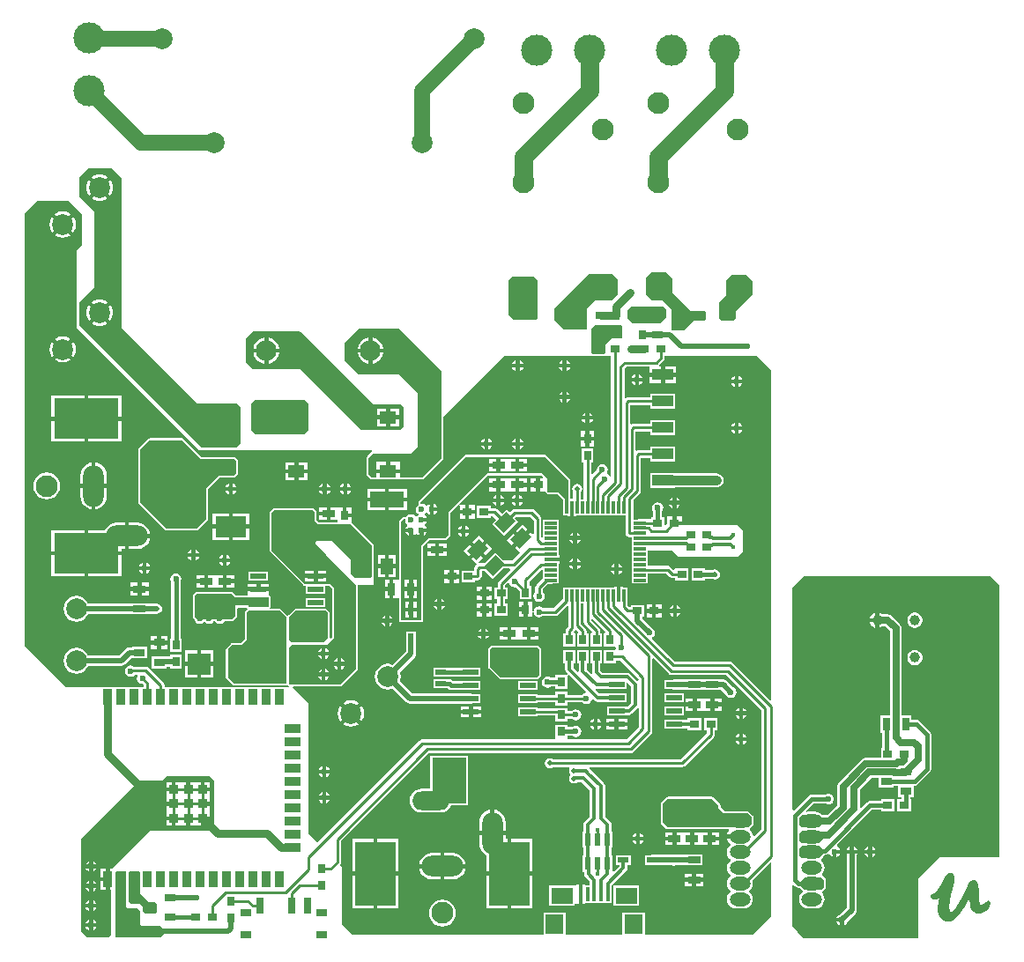
<source format=gtl>
G04*
G04 #@! TF.GenerationSoftware,Altium Limited,Altium Designer,22.2.1 (43)*
G04*
G04 Layer_Physical_Order=1*
G04 Layer_Color=255*
%FSLAX25Y25*%
%MOIN*%
G70*
G04*
G04 #@! TF.SameCoordinates,4EB9BB6F-69CC-4AE6-9B36-E95FEA1B1F0F*
G04*
G04*
G04 #@! TF.FilePolarity,Positive*
G04*
G01*
G75*
%ADD18C,0.01000*%
%ADD58C,0.08268*%
%ADD67C,0.02362*%
%ADD69C,0.02000*%
%ADD70R,0.03800X0.03100*%
%ADD71R,0.04331X0.03150*%
%ADD72R,0.02756X0.05118*%
%ADD73O,0.06890X0.04921*%
%ADD74R,0.04134X0.02165*%
%ADD75R,0.03100X0.03800*%
%ADD76R,0.07874X0.04331*%
%ADD77R,0.05906X0.01968*%
%ADD78R,0.05118X0.02756*%
%ADD79R,0.02362X0.04724*%
%ADD80R,0.08268X0.06299*%
%ADD81R,0.01575X0.05315*%
%ADD82R,0.07087X0.07480*%
%ADD83R,0.03937X0.01968*%
%ADD84R,0.06299X0.06299*%
%ADD85R,0.02165X0.04134*%
%ADD86R,0.04724X0.06299*%
%ADD87R,0.12992X0.06299*%
%ADD88R,0.12992X0.17323*%
%ADD89R,0.15354X0.24410*%
%ADD90R,0.03937X0.03150*%
%ADD91R,0.02756X0.05906*%
%ADD92R,0.05906X0.03543*%
%ADD93R,0.03543X0.05906*%
%ADD94R,0.03543X0.03543*%
%ADD95R,0.03543X0.03543*%
%ADD96R,0.05118X0.13386*%
%ADD97R,0.08858X0.08346*%
%ADD98R,0.24410X0.15354*%
%ADD99R,0.17323X0.12992*%
G04:AMPARAMS|DCode=100|XSize=62.99mil|YSize=49.21mil|CornerRadius=0mil|HoleSize=0mil|Usage=FLASHONLY|Rotation=225.000|XOffset=0mil|YOffset=0mil|HoleType=Round|Shape=Rectangle|*
%AMROTATEDRECTD100*
4,1,4,0.00487,0.03967,0.03967,0.00487,-0.00487,-0.03967,-0.03967,-0.00487,0.00487,0.03967,0.0*
%
%ADD100ROTATEDRECTD100*%

%ADD101R,0.06102X0.04724*%
%ADD102R,0.01181X0.04724*%
%ADD103R,0.04724X0.01181*%
%ADD104R,0.11811X0.07874*%
%ADD105C,0.02500*%
%ADD106C,0.01500*%
%ADD107C,0.01470*%
%ADD108C,0.01100*%
%ADD109C,0.03000*%
%ADD110C,0.01200*%
%ADD111C,0.03500*%
%ADD112C,0.07000*%
%ADD113C,0.06000*%
%ADD114C,0.03937*%
%ADD115O,0.07874X0.05118*%
%ADD116C,0.07874*%
%ADD117O,0.14173X0.07087*%
%ADD118O,0.15748X0.07874*%
%ADD119O,0.07874X0.15748*%
%ADD120O,0.07087X0.14173*%
%ADD121C,0.11811*%
%ADD122C,0.01968*%
%ADD123C,0.01772*%
G36*
X197047Y251378D02*
Y237008D01*
X196653Y236614D01*
X187992D01*
X186221Y238386D01*
Y251378D01*
X187795Y252953D01*
X195472D01*
X197047Y251378D01*
D02*
G37*
G36*
X278346Y250984D02*
Y246260D01*
X272047Y239961D01*
Y237008D01*
X271063Y236024D01*
X266732D01*
X265748Y237008D01*
Y243110D01*
X268307Y245669D01*
Y251181D01*
X270472Y253346D01*
X275984D01*
X278346Y250984D01*
D02*
G37*
G36*
X245866Y240354D02*
Y237402D01*
X243504Y235039D01*
X233071Y235039D01*
X230906Y237205D01*
Y240158D01*
X232283Y241535D01*
X244685D01*
X245866Y240354D01*
D02*
G37*
G36*
X227362Y251969D02*
Y246063D01*
X225000Y243701D01*
X218701D01*
X215748Y240748D01*
Y232677D01*
X207087D01*
X203346Y236417D01*
Y240748D01*
X216535Y253937D01*
X225394D01*
X227362Y251969D01*
D02*
G37*
G36*
X248031D02*
Y246654D01*
X254921Y239764D01*
X260236D01*
X260630Y239370D01*
Y236614D01*
X260039Y236024D01*
X255906Y236024D01*
X252362Y232480D01*
X247638D01*
Y240354D01*
X244291Y243701D01*
X240354Y243701D01*
X237992Y246063D01*
Y252165D01*
X240158Y254331D01*
X245669D01*
X248031Y251969D01*
D02*
G37*
G36*
X228937Y234055D02*
Y229528D01*
X225197D01*
X222638Y226969D01*
X222638Y224016D01*
X222244Y223622D01*
X217913D01*
X217520Y224016D01*
Y233071D01*
X218898Y234449D01*
X228543D01*
X228937Y234055D01*
D02*
G37*
G36*
X135039Y204331D02*
X145276Y204331D01*
X146457Y203150D01*
X146457Y196063D01*
X145221Y194828D01*
X130369D01*
X107480Y217717D01*
X89370Y217717D01*
X86614Y220472D01*
X86614Y229528D01*
X89370Y232283D01*
X107087Y232283D01*
X135039Y204331D01*
D02*
G37*
G36*
X110236Y204724D02*
Y194882D01*
X108661Y193307D01*
X90158D01*
X88583Y194882D01*
Y204724D01*
X90158Y206299D01*
X108661D01*
X110236Y204724D01*
D02*
G37*
G36*
X39764Y290158D02*
Y233465D01*
X68504Y204724D01*
X83465D01*
X84646Y203543D01*
Y189764D01*
X83071Y188189D01*
X70079D01*
X23622Y234646D01*
Y242913D01*
X29528Y248819D01*
X29528Y277165D01*
X23622Y283071D01*
Y290158D01*
X27165Y293701D01*
X36220D01*
X39764Y290158D01*
D02*
G37*
G36*
X160630Y217323D02*
Y183858D01*
X153543Y176772D01*
X145063Y176772D01*
Y178340D01*
X140512D01*
X135961D01*
Y176772D01*
X134252D01*
X133071Y177953D01*
X133071Y184252D01*
X134646Y185827D01*
X149213D01*
X151575Y188189D01*
Y208661D01*
X144488Y215748D01*
X129527D01*
X124016Y221260D01*
X124016Y227559D01*
X129528Y233071D01*
X144882D01*
X160630Y217323D01*
D02*
G37*
G36*
X200000Y184646D02*
X208661Y175984D01*
Y163194D01*
X207283D01*
Y168701D01*
X204724Y171260D01*
X201181D01*
X200787Y171653D01*
Y176378D01*
X198819Y178347D01*
X177953D01*
X163386Y163779D01*
X163386Y155118D01*
X162205Y153937D01*
X155905D01*
X153150Y151181D01*
Y122835D01*
X145276D01*
Y160039D01*
X146582Y161346D01*
X147043Y161100D01*
X146989Y160827D01*
X147158Y159976D01*
X147640Y159254D01*
X147859Y159108D01*
Y158608D01*
X147640Y158462D01*
X147158Y157741D01*
X147138Y157640D01*
X149213D01*
Y156890D01*
X149963D01*
Y154815D01*
X150064Y154835D01*
X150785Y155317D01*
X150931Y155536D01*
X151431D01*
X151577Y155317D01*
X152299Y154835D01*
X152400Y154815D01*
Y156890D01*
X153150D01*
Y157640D01*
X155224D01*
X155204Y157741D01*
X154722Y158462D01*
X154504Y158608D01*
Y159108D01*
X154722Y159254D01*
X155204Y159976D01*
X155224Y160077D01*
X153150D01*
Y161577D01*
X155224D01*
X155204Y161678D01*
X154722Y162399D01*
X154504Y162545D01*
Y163045D01*
X154722Y163191D01*
X154868Y163410D01*
X155368D01*
X155514Y163191D01*
X156236Y162709D01*
X156337Y162689D01*
Y164764D01*
Y166838D01*
X156236Y166818D01*
X155514Y166336D01*
X155368Y166118D01*
X154868D01*
X154722Y166336D01*
X154001Y166818D01*
X153150Y166988D01*
X152877Y166933D01*
X152630Y167394D01*
X169882Y184646D01*
X200000Y184646D01*
D02*
G37*
G36*
X112598Y163779D02*
Y160630D01*
X114173Y159055D01*
X126378D01*
X134252Y151181D01*
Y139370D01*
X133858Y138976D01*
X127953D01*
X126378Y140551D01*
Y145669D01*
X119291Y152756D01*
X113558D01*
X113558Y152756D01*
X113389Y152731D01*
X113106Y152546D01*
X112971Y152237D01*
X113027Y151903D01*
X113124Y151763D01*
X117100Y147467D01*
X128346Y136221D01*
X128347Y136221D01*
Y104331D01*
X122441Y98425D01*
X103543D01*
X103150Y98819D01*
Y112598D01*
X103937Y113386D01*
X117323D01*
X120079Y116142D01*
Y135039D01*
X118504Y136614D01*
X109055D01*
X96457Y149213D01*
Y163386D01*
X97638Y164567D01*
X111811Y164567D01*
X112598Y163779D01*
D02*
G37*
G36*
X81496Y132677D02*
X82677Y131496D01*
X95276Y131496D01*
Y127953D01*
X87795D01*
Y128347D01*
X82677Y128346D01*
X82677Y124409D01*
X81496Y123228D01*
X68110D01*
X67323Y124016D01*
Y131890D01*
X68110Y132677D01*
X81496Y132677D01*
D02*
G37*
G36*
X117717Y125591D02*
Y116142D01*
X116142Y114567D01*
X103937D01*
X103150Y115354D01*
Y124016D01*
X105512Y126378D01*
X116929D01*
X117717Y125591D01*
D02*
G37*
G36*
X101969Y124016D02*
Y99213D01*
X101575Y98819D01*
X82284D01*
X79921Y101181D01*
Y111811D01*
X81496Y113386D01*
X85039D01*
X87008Y115354D01*
X87008Y125591D01*
X87795Y126378D01*
X99606D01*
X101969Y124016D01*
D02*
G37*
G36*
X19685Y281496D02*
X24606Y276575D01*
X24606Y264961D01*
X22638Y262992D01*
Y233465D01*
X69095Y187008D01*
X134432D01*
X134482Y186508D01*
X134372Y186486D01*
X134141Y186331D01*
X132566Y184757D01*
X132412Y184525D01*
X132357Y184252D01*
X132357Y177953D01*
X132412Y177680D01*
X132566Y177448D01*
X133747Y176267D01*
X133979Y176112D01*
X134252Y176058D01*
X135961D01*
X136234Y176112D01*
X136261Y176130D01*
X136761Y176028D01*
Y176028D01*
X136761Y176028D01*
X144263D01*
X144263Y176028D01*
X144763Y176130D01*
X144790Y176112D01*
X145063Y176058D01*
X153543Y176058D01*
X153816Y176112D01*
X154048Y176267D01*
X161135Y183354D01*
X161289Y183585D01*
X161344Y183858D01*
Y199729D01*
X184449Y222835D01*
X224762D01*
Y177353D01*
X224262Y177201D01*
X223941Y177682D01*
X223417Y178032D01*
X223254Y178163D01*
X223273Y178647D01*
X223516Y179011D01*
X223677Y179823D01*
X223516Y180635D01*
X223056Y181323D01*
X222367Y181783D01*
X221555Y181945D01*
X220743Y181783D01*
X220055Y181323D01*
X219595Y180635D01*
X219433Y179823D01*
X219438Y179797D01*
X217834Y178193D01*
X217372Y178384D01*
Y182636D01*
X218195D01*
Y187836D01*
X213695D01*
Y182636D01*
X214517D01*
Y168613D01*
X213486D01*
Y171262D01*
X213783Y171706D01*
X213929Y172441D01*
X213783Y173176D01*
X213366Y173799D01*
X212743Y174216D01*
X212008Y174362D01*
X211273Y174216D01*
X210649Y173799D01*
X210233Y173176D01*
X210087Y172441D01*
X210233Y171706D01*
X210529Y171262D01*
Y168913D01*
X209375D01*
Y175984D01*
X209321Y176257D01*
X209166Y176489D01*
X200505Y185150D01*
X200273Y185305D01*
X200000Y185359D01*
X169882Y185359D01*
X169609Y185305D01*
X169377Y185150D01*
X152126Y167899D01*
X152106Y167869D01*
X152079Y167847D01*
X152029Y167754D01*
X151971Y167667D01*
X151964Y167632D01*
X151947Y167601D01*
X151937Y167497D01*
X151917Y167394D01*
X151924Y167359D01*
X151920Y167324D01*
X151951Y167224D01*
X151971Y167121D01*
X151991Y167092D01*
X152001Y167058D01*
X152221Y166646D01*
X151649Y166264D01*
X151189Y165576D01*
X151028Y164764D01*
X151189Y163952D01*
X151649Y163263D01*
X151900Y163096D01*
Y162495D01*
X151649Y162327D01*
X151482Y162077D01*
X150880D01*
X150713Y162327D01*
X150025Y162787D01*
X149213Y162949D01*
X148401Y162787D01*
X147712Y162327D01*
X147330Y161756D01*
X146919Y161976D01*
X146885Y161986D01*
X146855Y162005D01*
X146753Y162026D01*
X146652Y162056D01*
X146617Y162053D01*
X146582Y162060D01*
X146479Y162039D01*
X146375Y162029D01*
X146344Y162012D01*
X146309Y162005D01*
X146222Y161947D01*
X146130Y161898D01*
X146107Y161870D01*
X146078Y161851D01*
X144771Y160544D01*
X144616Y160312D01*
X144562Y160039D01*
Y138226D01*
X144071Y138205D01*
X144062Y138205D01*
X142443D01*
Y134646D01*
Y131087D01*
X144062D01*
X144071Y131087D01*
X144562Y131065D01*
Y122835D01*
X144616Y122562D01*
X144771Y122330D01*
X145002Y122175D01*
X145276Y122121D01*
X153150D01*
X153423Y122175D01*
X153654Y122330D01*
X153809Y122562D01*
X153863Y122835D01*
Y150885D01*
X156201Y153223D01*
X162205D01*
X162478Y153278D01*
X162709Y153432D01*
X163891Y154613D01*
X164045Y154845D01*
X164100Y155118D01*
X164100Y163484D01*
X167161Y166545D01*
X167572Y166249D01*
X167572Y165863D01*
Y164530D01*
X169722D01*
Y166330D01*
X168065D01*
X167652Y166330D01*
X167356Y166740D01*
X178248Y177633D01*
X198523D01*
X199128Y177028D01*
X198937Y176566D01*
X197994D01*
Y174016D01*
Y171466D01*
X200111D01*
X200128Y171380D01*
X200283Y171149D01*
X200676Y170755D01*
X200908Y170600D01*
X201181Y170546D01*
X204429D01*
X206570Y168405D01*
Y163194D01*
X206624Y162920D01*
X206779Y162689D01*
X206780Y162688D01*
Y162489D01*
X207238D01*
X207283Y162480D01*
X208449D01*
Y162189D01*
X209289D01*
Y162489D01*
X209362D01*
Y163125D01*
X209375Y163194D01*
Y165551D01*
X210529D01*
X210642Y164985D01*
X210717Y164873D01*
Y162489D01*
X210789D01*
Y162189D01*
X211630D01*
Y162489D01*
X230289D01*
Y155709D01*
X230402Y155143D01*
X230722Y154663D01*
X231202Y154343D01*
X231768Y154230D01*
X232568D01*
Y152450D01*
Y148513D01*
Y144576D01*
Y140639D01*
Y136702D01*
X238692D01*
Y140502D01*
X245812D01*
X247165Y139148D01*
X247165Y139148D01*
X247628Y138839D01*
X248175Y138730D01*
X248175Y138730D01*
X248975D01*
Y137908D01*
X254175D01*
Y142408D01*
X248975D01*
Y142083D01*
X248475Y141876D01*
X247412Y142938D01*
X246949Y143248D01*
X246403Y143357D01*
X246403Y143357D01*
X238692D01*
Y148552D01*
X238779Y149016D01*
X248031D01*
X250197Y146850D01*
X272638D01*
X274606Y148819D01*
Y156890D01*
X272835Y158661D01*
X251757D01*
X251719Y158699D01*
D01*
X248819D01*
Y159449D01*
X248069D01*
Y161999D01*
X245919D01*
Y159062D01*
X245543Y158691D01*
X245461Y158693D01*
X245119Y159034D01*
Y161699D01*
X244202D01*
Y164126D01*
X244480Y164542D01*
X244642Y165354D01*
X244480Y166166D01*
X244020Y166855D01*
X243332Y167315D01*
X242520Y167476D01*
X241708Y167315D01*
X241019Y166855D01*
X240559Y166166D01*
X240398Y165354D01*
X240559Y164542D01*
X240837Y164127D01*
Y161699D01*
X239919D01*
Y161124D01*
X235630D01*
X235064Y161012D01*
X234951Y160936D01*
X233246D01*
Y168299D01*
X235691Y170744D01*
X236012Y171223D01*
X236124Y171789D01*
Y184191D01*
X239851D01*
Y182804D01*
X249125D01*
Y188535D01*
X239851D01*
Y187148D01*
X235290D01*
X234724Y187035D01*
X234656Y186989D01*
X234156Y187257D01*
Y194191D01*
X239851D01*
Y192804D01*
X249125D01*
Y198535D01*
X239851D01*
Y197148D01*
X233321D01*
X232756Y197035D01*
X232687Y196989D01*
X232187Y197257D01*
Y204230D01*
X238853D01*
X239051Y204191D01*
X239851D01*
Y202804D01*
X249125D01*
Y208535D01*
X239851D01*
Y207148D01*
X239210D01*
X239012Y207187D01*
X231353D01*
X230787Y207074D01*
X230522Y206897D01*
X230022Y207158D01*
Y218088D01*
X230731Y218797D01*
X239551D01*
Y216419D01*
X243738D01*
Y218835D01*
X243266D01*
X243200Y218923D01*
X243079Y219335D01*
X244707Y220963D01*
X245027Y221442D01*
X245140Y222008D01*
Y222835D01*
X280118D01*
X285433Y217520D01*
Y92705D01*
X284971Y92513D01*
X270730Y106754D01*
X270251Y107074D01*
X269685Y107187D01*
X248916D01*
X240384Y115719D01*
X240469Y116341D01*
X240870Y116610D01*
X241330Y117298D01*
X241492Y118110D01*
X241330Y118922D01*
X240870Y119611D01*
X240182Y120071D01*
X240141Y120079D01*
X236780Y123440D01*
Y124128D01*
X237442D01*
Y128628D01*
X232242D01*
Y127856D01*
X231715D01*
X231203Y128368D01*
Y132087D01*
X231090Y132652D01*
X231015Y132765D01*
Y135149D01*
X229346D01*
Y135449D01*
X228506D01*
Y135149D01*
X228434D01*
Y132765D01*
X228358Y132652D01*
X228246Y132087D01*
X227266D01*
X227153Y132652D01*
X227078Y132765D01*
Y135149D01*
X227006D01*
Y135449D01*
X226165D01*
Y135149D01*
X206780D01*
Y132765D01*
X206705Y132652D01*
X206592Y132087D01*
Y130927D01*
X203128Y127463D01*
X199153D01*
X199138Y127485D01*
X198450Y127945D01*
X197638Y128106D01*
X196826Y127945D01*
X196137Y127485D01*
X195677Y126796D01*
X195570Y126254D01*
X195070Y126304D01*
Y129868D01*
X193270D01*
Y126968D01*
Y124068D01*
X195070D01*
Y125665D01*
X195570Y125714D01*
X195677Y125172D01*
X196137Y124484D01*
X196826Y124024D01*
X197638Y123862D01*
X198450Y124024D01*
X199138Y124484D01*
X199153Y124506D01*
X203740D01*
X204306Y124618D01*
X204786Y124939D01*
X208150Y128303D01*
X208612Y128112D01*
Y120330D01*
X208046Y119764D01*
X207736Y119301D01*
X207628Y118755D01*
X207628Y118755D01*
Y117955D01*
X206805D01*
Y112755D01*
X211305D01*
Y117955D01*
X210981D01*
X210774Y118455D01*
X211049Y118730D01*
X211049Y118730D01*
X211218Y118983D01*
X211242Y119009D01*
X211810Y119098D01*
X212455Y118454D01*
X212247Y117954D01*
X211923D01*
Y112754D01*
X216423D01*
Y117954D01*
X215601D01*
Y118754D01*
X215492Y119301D01*
X215183Y119764D01*
X215182Y119764D01*
X213435Y121511D01*
Y129024D01*
X214517D01*
Y122101D01*
X214517Y122101D01*
X214626Y121555D01*
X214936Y121091D01*
X217573Y118454D01*
X217366Y117954D01*
X217041D01*
Y112754D01*
X221541D01*
Y117954D01*
X220719D01*
Y118754D01*
X220719Y118754D01*
X220610Y119301D01*
X220301Y119764D01*
X220301Y119764D01*
X217407Y122658D01*
X217447Y123038D01*
X217921Y123223D01*
X222691Y118454D01*
X222484Y117954D01*
X222160D01*
Y112754D01*
X226307D01*
X226610Y112511D01*
X226657Y112042D01*
X226298Y111654D01*
X222160D01*
Y106454D01*
X226659D01*
Y107576D01*
X228325D01*
X235333Y100569D01*
Y100018D01*
X234833Y99811D01*
X232184Y102459D01*
X231688Y102791D01*
X231102Y102907D01*
X221696D01*
X220821Y103783D01*
Y106454D01*
X221541D01*
Y111654D01*
X217041D01*
Y106454D01*
X217762D01*
Y103150D01*
X217843Y102744D01*
X217382Y102498D01*
X215703Y104177D01*
Y106454D01*
X216423D01*
Y111654D01*
X211923D01*
Y106454D01*
X212644D01*
Y103543D01*
X212676Y103383D01*
X212215Y103137D01*
X210584Y104767D01*
Y106455D01*
X211305D01*
Y111655D01*
X206805D01*
Y106455D01*
X207526D01*
Y104134D01*
X207642Y103549D01*
X207974Y103052D01*
X208531Y102496D01*
X208250Y102069D01*
X207895Y102069D01*
X203852D01*
Y101122D01*
X201971D01*
X201599Y101370D01*
X200787Y101531D01*
X199975Y101370D01*
X199287Y100910D01*
X198827Y100222D01*
X198665Y99410D01*
X198827Y98598D01*
X199287Y97909D01*
X199975Y97449D01*
X200787Y97288D01*
X201599Y97449D01*
X202060Y97757D01*
X203852D01*
Y96869D01*
X208352D01*
Y101581D01*
X208352Y101967D01*
X208779Y102248D01*
X215279Y95747D01*
X215115Y95204D01*
X214739Y95130D01*
X214051Y94670D01*
X214036Y94648D01*
X208352D01*
Y95769D01*
X203852D01*
Y94648D01*
X203052D01*
X203052Y94648D01*
X197157D01*
Y94854D01*
X189851D01*
Y91485D01*
X197157D01*
Y91691D01*
X203052D01*
X203052Y91691D01*
X203852D01*
Y90569D01*
X208352D01*
Y91691D01*
X214036D01*
X214051Y91669D01*
X214739Y91209D01*
X215551Y91047D01*
X216363Y91209D01*
X217052Y91669D01*
X217512Y92357D01*
X217586Y92733D01*
X218129Y92897D01*
X218643Y92383D01*
X219139Y92052D01*
X219724Y91935D01*
X223316D01*
Y91780D01*
X230621D01*
Y95149D01*
X223316D01*
Y94994D01*
X220358D01*
X218846Y96506D01*
X219092Y96967D01*
X219252Y96935D01*
X223316D01*
Y96780D01*
X230621D01*
Y99043D01*
X231083Y99234D01*
X232526Y97792D01*
Y91578D01*
X231114Y90167D01*
X230621Y90149D01*
Y90149D01*
X223316D01*
Y86780D01*
X230621D01*
Y86935D01*
X231575D01*
X232160Y87052D01*
X232656Y87383D01*
X234833Y89560D01*
X235333Y89352D01*
Y82305D01*
X230687Y77659D01*
X208477D01*
X208352Y78108D01*
X208352Y78159D01*
Y79026D01*
X210249D01*
X210665Y78747D01*
X211477Y78586D01*
X212289Y78747D01*
X212978Y79207D01*
X213438Y79896D01*
X213599Y80708D01*
X213438Y81520D01*
X212978Y82208D01*
X212289Y82668D01*
X211477Y82830D01*
X210665Y82668D01*
X210249Y82390D01*
X208352D01*
Y83308D01*
X203852D01*
Y78159D01*
X203852Y78108D01*
X203728Y77659D01*
X153347D01*
X152781Y77547D01*
X152301Y77227D01*
X113817Y38742D01*
X110236Y42323D01*
Y91535D01*
X104560Y97211D01*
X104767Y97711D01*
X122441D01*
X122714Y97766D01*
X122946Y97921D01*
X128851Y103826D01*
X129006Y104058D01*
X129060Y104331D01*
Y136221D01*
X129560Y136221D01*
X135039Y136221D01*
Y139296D01*
X135039Y139296D01*
X134966Y139766D01*
Y151181D01*
X134911Y151454D01*
X134757Y151686D01*
X126883Y159560D01*
X126651Y159714D01*
X126566Y159731D01*
Y161825D01*
X124016D01*
Y162575D01*
X123266D01*
Y165475D01*
X121669D01*
Y165543D01*
X118860D01*
Y163165D01*
Y160787D01*
X121466D01*
Y159769D01*
X114469D01*
X113312Y160925D01*
Y163779D01*
X113258Y164053D01*
X113103Y164284D01*
X113103Y164284D01*
X112316Y165072D01*
X112084Y165226D01*
X111811Y165281D01*
X97638Y165281D01*
X97365Y165226D01*
X97133Y165072D01*
X95952Y163891D01*
X95797Y163659D01*
X95743Y163386D01*
Y149213D01*
X95797Y148940D01*
X95952Y148708D01*
X108551Y136109D01*
X108782Y135955D01*
X109055Y135900D01*
X109497D01*
Y132922D01*
X116802D01*
Y135900D01*
X118208D01*
X119365Y134744D01*
Y116437D01*
X118908Y115980D01*
X118591Y116087D01*
X118430Y116210D01*
Y125591D01*
X118376Y125864D01*
X118221Y126095D01*
X117434Y126883D01*
X117202Y127037D01*
X116929Y127092D01*
X105512D01*
X105239Y127037D01*
X105007Y126883D01*
X102902Y124778D01*
X102559Y124572D01*
X102216Y124778D01*
X100111Y126883D01*
X99879Y127037D01*
X99606Y127092D01*
X96098D01*
X96062Y127131D01*
X95876Y127592D01*
X95935Y127680D01*
X95989Y127953D01*
Y131496D01*
X95935Y131769D01*
X95780Y132001D01*
X95549Y132155D01*
X95536Y132158D01*
X95449Y132622D01*
X95449Y132685D01*
Y133856D01*
X91496D01*
X87543D01*
Y132710D01*
X87543Y132622D01*
X87331Y132210D01*
X82973D01*
X82001Y133182D01*
X81769Y133336D01*
X81496Y133391D01*
X68110Y133391D01*
X67837Y133336D01*
X67606Y133182D01*
X66818Y132394D01*
X66663Y132163D01*
X66609Y131890D01*
Y124016D01*
X66663Y123743D01*
X66818Y123511D01*
X67267Y123062D01*
X67331Y122741D01*
X67791Y122053D01*
X68479Y121593D01*
X69291Y121431D01*
X70103Y121593D01*
X70792Y122053D01*
X70813Y122085D01*
X71313D01*
X71334Y122053D01*
X72023Y121593D01*
X72835Y121431D01*
X73647Y121593D01*
X74335Y122053D01*
X74527Y122339D01*
X75080D01*
X75271Y122053D01*
X75960Y121593D01*
X76772Y121431D01*
X77584Y121593D01*
X78272Y122053D01*
X78581Y122515D01*
X81496D01*
X81769Y122569D01*
X81769Y122569D01*
X81769Y122569D01*
X81886Y122647D01*
X82001Y122724D01*
X82001Y122724D01*
X82001Y122724D01*
X83182Y123905D01*
X83337Y124136D01*
X83391Y124410D01*
X83390Y127279D01*
X83744Y127632D01*
X86842Y127633D01*
X86883Y127617D01*
X87291Y127184D01*
X87291Y126883D01*
X86503Y126095D01*
X86348Y125864D01*
X86294Y125591D01*
X86294Y115650D01*
X84744Y114100D01*
X81496D01*
X81223Y114045D01*
X80991Y113891D01*
X79417Y112316D01*
X79262Y112084D01*
X79208Y111811D01*
Y101181D01*
X79262Y100908D01*
X79417Y100676D01*
X81779Y98314D01*
X82010Y98159D01*
X82284Y98105D01*
X101575D01*
X101848Y98159D01*
X102079Y98314D01*
X102079Y98314D01*
X102645Y98314D01*
X103018Y97941D01*
X103013Y97853D01*
X102856Y97441D01*
X56006D01*
Y98114D01*
X55893Y98680D01*
X55573Y99159D01*
X49935Y104797D01*
X49456Y105118D01*
X48890Y105230D01*
X44331D01*
X43922Y105504D01*
X43110Y105665D01*
X42298Y105504D01*
X41610Y105044D01*
X41150Y104355D01*
X40988Y103543D01*
X41150Y102731D01*
X41610Y102043D01*
X42298Y101583D01*
X43110Y101421D01*
X43922Y101583D01*
X44611Y102043D01*
X44765Y102273D01*
X45597D01*
X45833Y101832D01*
X45677Y101599D01*
X45516Y100787D01*
X45677Y99975D01*
X46137Y99287D01*
X46826Y98827D01*
X47638Y98665D01*
X47654Y98669D01*
X48049Y98273D01*
Y97441D01*
X37299D01*
Y97614D01*
X31756D01*
Y97441D01*
X18701D01*
X2953Y113189D01*
Y276575D01*
X7874Y281496D01*
X19685Y281496D01*
D02*
G37*
G36*
X371850Y136221D02*
Y33071D01*
X349213Y33071D01*
X340945Y24803D01*
Y2559D01*
X297290D01*
X293504Y7269D01*
X293504Y22361D01*
X293966Y22553D01*
X294480Y22039D01*
X295025Y21674D01*
X295669Y21546D01*
X296342D01*
X296376Y21512D01*
X296388Y21484D01*
X296942Y20761D01*
X297250Y20526D01*
Y20026D01*
X296942Y19790D01*
X296388Y19067D01*
X296039Y18226D01*
X295920Y17323D01*
X296039Y16420D01*
X296388Y15578D01*
X296942Y14856D01*
X297665Y14301D01*
X298506Y13953D01*
X299409Y13834D01*
X302165D01*
X303068Y13953D01*
X303910Y14301D01*
X304632Y14856D01*
X305187Y15578D01*
X305535Y16420D01*
X305654Y17323D01*
X305535Y18226D01*
X305187Y19067D01*
X304716Y19680D01*
X304782Y20091D01*
X304859Y20246D01*
X305032Y20361D01*
X306016Y21346D01*
X306171Y21577D01*
X306225Y21850D01*
Y24606D01*
X306171Y24879D01*
X306016Y25111D01*
X305032Y26095D01*
X304859Y26211D01*
X304782Y26366D01*
X304716Y26776D01*
X305187Y27389D01*
X305535Y28231D01*
X305654Y29134D01*
X305535Y30037D01*
X305187Y30878D01*
X304632Y31601D01*
X304325Y31837D01*
Y32337D01*
X304632Y32572D01*
X305187Y33295D01*
X305199Y33323D01*
X305873Y33998D01*
X306374Y34097D01*
X306879Y34435D01*
X306956Y34452D01*
X307473Y34308D01*
X307600Y34001D01*
X308213Y33387D01*
X308699Y33186D01*
Y35236D01*
X309449D01*
Y35986D01*
X311499D01*
X311298Y36472D01*
X310684Y37085D01*
X310377Y37212D01*
X310260Y37802D01*
X323532Y51074D01*
X326927D01*
Y50506D01*
X332127D01*
Y55006D01*
X326927D01*
Y54438D01*
X322835D01*
X322191Y54310D01*
X321645Y53945D01*
X319424Y51725D01*
X318924Y51932D01*
Y58651D01*
X323417Y63144D01*
X326091D01*
Y59536D01*
X331822D01*
Y60129D01*
X333532D01*
Y55796D01*
X334715D01*
Y55006D01*
X333227D01*
Y50506D01*
X338427D01*
Y55006D01*
X338080D01*
Y55796D01*
X339263D01*
Y60129D01*
X339567D01*
X340211Y60257D01*
X340757Y60622D01*
X345481Y65346D01*
X345846Y65892D01*
X345974Y66535D01*
Y79528D01*
X345846Y80171D01*
X345481Y80717D01*
X345481Y80717D01*
X341544Y84654D01*
X340998Y85019D01*
X340354Y85147D01*
X338495D01*
Y86724D01*
X334869D01*
Y119685D01*
X334702Y120524D01*
X334227Y121235D01*
X331078Y124385D01*
X330366Y124860D01*
X329528Y125027D01*
X327596D01*
X327413Y125210D01*
X326736Y125601D01*
X326341Y125707D01*
Y122835D01*
Y119962D01*
X326736Y120068D01*
X327413Y120459D01*
X327596Y120642D01*
X328620D01*
X330485Y118777D01*
Y86724D01*
X326859D01*
Y80206D01*
X327255D01*
Y74494D01*
X326927D01*
Y70728D01*
X321183D01*
X320345Y70561D01*
X319633Y70086D01*
X311048Y61501D01*
X310573Y60790D01*
X310406Y59951D01*
Y52877D01*
X306572Y49042D01*
X304843D01*
X304632Y49317D01*
X303910Y49872D01*
X303068Y50220D01*
X302165Y50339D01*
X299409D01*
X298854Y50266D01*
X298620Y50740D01*
X301316Y53436D01*
X305826D01*
X305908Y53354D01*
X306673Y53037D01*
X307501D01*
X308265Y53354D01*
X308851Y53939D01*
X309168Y54704D01*
Y55532D01*
X308851Y56297D01*
X308265Y56882D01*
X307501Y57199D01*
X306673D01*
X305908Y56882D01*
X305826Y56800D01*
X300619D01*
X299975Y56672D01*
X299430Y56308D01*
X293966Y50844D01*
X293504Y51035D01*
X293504Y135236D01*
X297835Y139567D01*
X368504D01*
X371850Y136221D01*
D02*
G37*
G36*
X74803Y62008D02*
Y44094D01*
X74016Y43307D01*
X50591D01*
X36039Y28756D01*
X35278D01*
Y24803D01*
Y20850D01*
X35827D01*
Y3937D01*
X34646Y2756D01*
X26575D01*
X24409Y4921D01*
Y39961D01*
X46457Y62008D01*
X55118D01*
X55118Y46661D01*
X55118Y46661D01*
Y62008D01*
X57087Y63976D01*
X72835D01*
X74803Y62008D01*
D02*
G37*
G36*
X303543Y49213D02*
X305906Y46850D01*
X303543Y44488D01*
X297047D01*
X296063Y45472D01*
Y48228D01*
X297047Y49213D01*
X303543Y49213D01*
D02*
G37*
G36*
X265552Y52953D02*
Y51772D01*
X267520Y49803D01*
X276576D01*
X277954Y48425D01*
Y45669D01*
X276772Y44488D01*
X246261D01*
X244292Y46457D01*
X244292Y53347D01*
X246261Y55315D01*
X263190D01*
X265552Y52953D01*
D02*
G37*
G36*
X246727Y102519D02*
X247207Y102198D01*
X247773Y102086D01*
X268461D01*
X281592Y88955D01*
Y43816D01*
X279051Y41275D01*
X278523Y41454D01*
X278468Y41874D01*
X278110Y42740D01*
X277539Y43483D01*
X277447Y43554D01*
X277464Y44171D01*
X278458Y45165D01*
X278613Y45396D01*
X278667Y45669D01*
Y48425D01*
X278613Y48698D01*
X278458Y48930D01*
X277080Y50308D01*
X276849Y50463D01*
X276576Y50517D01*
X267816D01*
X266266Y52067D01*
Y52953D01*
X266211Y53226D01*
X266057Y53457D01*
X263694Y55820D01*
X263463Y55974D01*
X263190Y56029D01*
X246261D01*
X245988Y55974D01*
X245756Y55820D01*
X243788Y53851D01*
X243633Y53620D01*
X243578Y53347D01*
X243578Y46457D01*
X243633Y46183D01*
X243787Y45952D01*
X245756Y43984D01*
X245988Y43829D01*
X246261Y43775D01*
X269300D01*
X269546Y43275D01*
X269136Y42740D01*
X268777Y41874D01*
X268754Y41695D01*
X273623D01*
Y40195D01*
X268754D01*
X268777Y40016D01*
X269136Y39150D01*
X269707Y38407D01*
X270003Y38179D01*
X270003Y37679D01*
X269778Y37506D01*
X269223Y36784D01*
X268875Y35942D01*
X268756Y35039D01*
X268875Y34136D01*
X269223Y33295D01*
X269778Y32572D01*
X270085Y32337D01*
Y31837D01*
X269778Y31601D01*
X269223Y30878D01*
X268875Y30037D01*
X268756Y29134D01*
X268875Y28231D01*
X269223Y27389D01*
X269778Y26667D01*
X270085Y26431D01*
Y25931D01*
X269778Y25695D01*
X269223Y24973D01*
X268875Y24131D01*
X268756Y23228D01*
X268875Y22325D01*
X269223Y21484D01*
X269778Y20761D01*
X270085Y20526D01*
Y20026D01*
X269778Y19790D01*
X269223Y19067D01*
X268875Y18226D01*
X268756Y17323D01*
X268875Y16420D01*
X269223Y15578D01*
X269778Y14856D01*
X270500Y14301D01*
X271342Y13953D01*
X272245Y13834D01*
X275001D01*
X275904Y13953D01*
X276745Y14301D01*
X277468Y14856D01*
X278022Y15578D01*
X278371Y16420D01*
X278490Y17323D01*
X278371Y18226D01*
X278022Y19067D01*
X277468Y19790D01*
X277161Y20026D01*
Y20526D01*
X277468Y20761D01*
X278022Y21484D01*
X278371Y22325D01*
X278490Y23228D01*
X278371Y24131D01*
X278233Y24464D01*
X284971Y31202D01*
X285433Y31011D01*
Y10827D01*
X278543Y3937D01*
X237708D01*
Y12137D01*
X229221D01*
Y3937D01*
X207787D01*
Y12137D01*
X199300D01*
Y3937D01*
X126969D01*
X123031Y7874D01*
Y29528D01*
X122305Y30254D01*
X122626Y30733D01*
X122738Y31299D01*
Y39348D01*
X155927Y72537D01*
X232283D01*
X232849Y72650D01*
X233329Y72970D01*
X240022Y79663D01*
X240342Y80143D01*
X240455Y80709D01*
Y108138D01*
X240917Y108329D01*
X246727Y102519D01*
D02*
G37*
G36*
X303543Y43307D02*
X305906Y40945D01*
X303543Y38583D01*
X297047D01*
X296063Y39567D01*
Y42323D01*
X297047Y43307D01*
X303543Y43307D01*
D02*
G37*
G36*
Y37402D02*
X305906Y35039D01*
X303543Y32677D01*
X297047D01*
X296063Y33661D01*
Y36417D01*
X297047Y37402D01*
X303543Y37402D01*
D02*
G37*
G36*
X305512Y24606D02*
Y21850D01*
X304528Y20866D01*
X298031Y20866D01*
X295669Y23228D01*
X298031Y25591D01*
X304528D01*
X305512Y24606D01*
D02*
G37*
G36*
X353530Y27279D02*
X354055Y27087D01*
X354449Y26654D01*
X354685Y26221D01*
X354764Y25945D01*
X354882Y25236D01*
X354764Y23779D01*
X354488Y22402D01*
X354173Y21299D01*
X353543Y18858D01*
X353071Y16575D01*
X352737Y14362D01*
X352730Y14130D01*
X352913Y12992D01*
X353307Y12480D01*
X353819D01*
X353819Y12480D01*
X355276Y14252D01*
X357402Y17559D01*
X359095Y20866D01*
X360472Y23661D01*
X360984Y24291D01*
X361614Y24567D01*
X362323D01*
X362835Y24370D01*
X363347Y23858D01*
X363740Y22835D01*
X363858Y22323D01*
X363976Y20748D01*
X364055Y17244D01*
X364291Y15354D01*
X364803Y15000D01*
X365787Y15354D01*
X367598Y16850D01*
X367717Y16890D01*
X368071Y16654D01*
X368307Y16220D01*
X368386Y15394D01*
X368150Y14567D01*
X367244Y13150D01*
X365315Y12087D01*
X364882Y11969D01*
X362992D01*
X361968Y12362D01*
X361024Y13347D01*
X360591Y14488D01*
X360364Y17927D01*
X360228Y17811D01*
X360229Y17811D01*
X358583Y14410D01*
X357047Y12008D01*
X355276Y10000D01*
X354055Y9213D01*
X353425Y8937D01*
X352559Y8779D01*
X351575D01*
X350590Y9094D01*
X349488Y10000D01*
X348976Y10787D01*
X348425Y12638D01*
X348543Y14488D01*
X348740Y15669D01*
X348858Y16220D01*
X349095Y17677D01*
X347913Y17047D01*
X346693D01*
X346102Y17520D01*
X345748Y18189D01*
Y18661D01*
X345866Y18779D01*
X346969Y19567D01*
X348268Y20945D01*
X349567Y22677D01*
X350866Y24803D01*
X351575Y26417D01*
X352244Y27087D01*
X353150Y27283D01*
X353530Y27279D01*
D02*
G37*
G36*
X46850Y27559D02*
X46850Y19291D01*
X50000Y16142D01*
X52559D01*
X53150Y15551D01*
Y12598D01*
X52362Y11811D01*
X48622D01*
X47835Y12598D01*
Y14370D01*
X46850Y15354D01*
X43307D01*
X42520Y16142D01*
X42520Y27559D01*
X42913Y27953D01*
X46457D01*
X46850Y27559D01*
D02*
G37*
G36*
X41535Y14567D02*
X42126Y13976D01*
X45669Y13976D01*
X46654Y12992D01*
X46654Y7874D01*
X47244Y7283D01*
X54331D01*
X55709Y5906D01*
Y4134D01*
X54331Y2756D01*
X45866D01*
X37402Y2756D01*
Y27559D01*
X37795Y27953D01*
X41535D01*
Y14567D01*
D02*
G37*
%LPC*%
G36*
X95238Y229713D02*
Y225553D01*
X99398D01*
X99089Y226709D01*
X98439Y227835D01*
X97520Y228754D01*
X96394Y229404D01*
X95238Y229713D01*
D02*
G37*
G36*
X93738D02*
X92583Y229404D01*
X91457Y228754D01*
X90538Y227835D01*
X89888Y226709D01*
X89578Y225553D01*
X93738D01*
Y229713D01*
D02*
G37*
G36*
X99398Y224053D02*
X95238D01*
Y219893D01*
X96394Y220203D01*
X97520Y220853D01*
X98439Y221772D01*
X99089Y222898D01*
X99398Y224053D01*
D02*
G37*
G36*
X93738D02*
X89578D01*
X89888Y222898D01*
X90538Y221772D01*
X91457Y220853D01*
X92583Y220203D01*
X93738Y219893D01*
Y224053D01*
D02*
G37*
G36*
X144563Y202964D02*
X141262D01*
Y200352D01*
X144563D01*
Y202964D01*
D02*
G37*
G36*
X139762D02*
X136461D01*
Y200352D01*
X139762D01*
Y202964D01*
D02*
G37*
G36*
X144563Y198852D02*
X141262D01*
Y196240D01*
X144563D01*
Y198852D01*
D02*
G37*
G36*
X139762D02*
X136461D01*
Y196240D01*
X139762D01*
Y198852D01*
D02*
G37*
G36*
X32019Y291424D02*
X30719D01*
X29463Y291088D01*
X28427Y290490D01*
X31369Y287548D01*
X34311Y290490D01*
X33275Y291088D01*
X32019Y291424D01*
D02*
G37*
G36*
X27367Y289429D02*
X26769Y288393D01*
X26432Y287137D01*
Y285837D01*
X26769Y284582D01*
X27367Y283546D01*
X30308Y286487D01*
X27367Y289429D01*
D02*
G37*
G36*
X35372Y289429D02*
X32430Y286487D01*
X35372Y283545D01*
X35970Y284582D01*
X36306Y285837D01*
Y287137D01*
X35970Y288393D01*
X35372Y289429D01*
D02*
G37*
G36*
X31369Y285427D02*
X28427Y282485D01*
X29463Y281887D01*
X30719Y281550D01*
X32019D01*
X33275Y281887D01*
X34311Y282485D01*
X31369Y285427D01*
D02*
G37*
G36*
X32019Y244180D02*
X30719D01*
X29463Y243844D01*
X28427Y243246D01*
X31369Y240304D01*
X34311Y243246D01*
X33275Y243844D01*
X32019Y244180D01*
D02*
G37*
G36*
X27367Y242185D02*
X26769Y241149D01*
X26432Y239893D01*
Y238593D01*
X26769Y237337D01*
X27367Y236301D01*
X30308Y239243D01*
X27367Y242185D01*
D02*
G37*
G36*
X35372Y242185D02*
X32430Y239243D01*
X35372Y236301D01*
X35970Y237337D01*
X36306Y238593D01*
Y239893D01*
X35970Y241149D01*
X35372Y242185D01*
D02*
G37*
G36*
X31369Y238182D02*
X28427Y235241D01*
X29463Y234643D01*
X30719Y234306D01*
X32019D01*
X33275Y234643D01*
X34311Y235241D01*
X31369Y238182D01*
D02*
G37*
G36*
X134608Y229713D02*
Y225553D01*
X138768D01*
X138459Y226709D01*
X137809Y227835D01*
X136890Y228754D01*
X135764Y229404D01*
X134608Y229713D01*
D02*
G37*
G36*
X133108D02*
X131953Y229404D01*
X130827Y228754D01*
X129908Y227835D01*
X129258Y226709D01*
X128948Y225553D01*
X133108D01*
Y229713D01*
D02*
G37*
G36*
X138768Y224053D02*
X134608D01*
Y219893D01*
X135764Y220203D01*
X136890Y220853D01*
X137809Y221772D01*
X138459Y222898D01*
X138768Y224053D01*
D02*
G37*
G36*
X133108D02*
X128948D01*
X129258Y222898D01*
X129908Y221772D01*
X130827Y220853D01*
X131953Y220203D01*
X133108Y219893D01*
Y224053D01*
D02*
G37*
G36*
X145063Y182953D02*
X141262D01*
Y179841D01*
X145063D01*
Y182953D01*
D02*
G37*
G36*
X139762D02*
X135961D01*
Y179841D01*
X139762D01*
Y182953D01*
D02*
G37*
G36*
X192929Y183874D02*
X190120D01*
Y182246D01*
X192929D01*
Y183874D01*
D02*
G37*
G36*
X181533Y183874D02*
X178724D01*
Y182246D01*
X181533D01*
Y183874D01*
D02*
G37*
G36*
X192929Y180746D02*
X190120D01*
Y179118D01*
X192929D01*
Y180746D01*
D02*
G37*
G36*
X188620Y183874D02*
X185811D01*
Y183874D01*
X183033D01*
Y181496D01*
Y179118D01*
X185842D01*
Y179118D01*
X188620D01*
Y181496D01*
X189370D01*
D01*
X188620D01*
Y183874D01*
D02*
G37*
G36*
X181533Y180746D02*
X178724D01*
Y179118D01*
X181533D01*
Y180746D01*
D02*
G37*
G36*
X157837Y166838D02*
Y165514D01*
X159161D01*
X159141Y165615D01*
X158659Y166336D01*
X157938Y166818D01*
X157837Y166838D01*
D02*
G37*
G36*
X159161Y164014D02*
X157837D01*
Y162689D01*
X157938Y162709D01*
X158659Y163191D01*
X159141Y163913D01*
X159161Y164014D01*
D02*
G37*
G36*
X155224Y156140D02*
X153900D01*
Y154815D01*
X154001Y154835D01*
X154722Y155317D01*
X155204Y156039D01*
X155224Y156140D01*
D02*
G37*
G36*
X148463D02*
X147138D01*
X147158Y156039D01*
X147640Y155317D01*
X148362Y154835D01*
X148463Y154815D01*
Y156140D01*
D02*
G37*
G36*
X151551Y138205D02*
X149923D01*
Y135396D01*
X151551D01*
Y138205D01*
D02*
G37*
G36*
X148423D02*
X146795D01*
Y135396D01*
X148423D01*
Y138205D01*
D02*
G37*
G36*
X151551Y133896D02*
X149923D01*
Y131087D01*
X151551D01*
Y133896D01*
D02*
G37*
G36*
X148423D02*
X146795D01*
Y131087D01*
X148423D01*
Y133896D01*
D02*
G37*
G36*
X151295Y129839D02*
X149963D01*
Y127522D01*
X151295D01*
Y129839D01*
D02*
G37*
G36*
X148463D02*
X147130D01*
Y127522D01*
X148463D01*
Y129839D01*
D02*
G37*
G36*
X151295Y126022D02*
X149963D01*
Y123705D01*
X151295D01*
Y126022D01*
D02*
G37*
G36*
X148463D02*
X147130D01*
Y123705D01*
X148463D01*
Y126022D01*
D02*
G37*
G36*
X117102Y141590D02*
X113900D01*
Y140356D01*
X117102D01*
Y141590D01*
D02*
G37*
G36*
X112400D02*
X109197D01*
Y140356D01*
X112400D01*
Y141590D01*
D02*
G37*
G36*
X117102Y138856D02*
X113900D01*
Y137622D01*
X117102D01*
Y138856D01*
D02*
G37*
G36*
X112400D02*
X109197D01*
Y137622D01*
X112400D01*
Y138856D01*
D02*
G37*
G36*
X116892Y112311D02*
Y110986D01*
X118216D01*
X118196Y111087D01*
X117714Y111809D01*
X116993Y112291D01*
X116892Y112311D01*
D02*
G37*
G36*
X115392D02*
X115291Y112291D01*
X114569Y111809D01*
X114087Y111087D01*
X114067Y110986D01*
X115392D01*
Y112311D01*
D02*
G37*
G36*
X118216Y109486D02*
X116892D01*
Y108162D01*
X116993Y108182D01*
X117714Y108664D01*
X118196Y109385D01*
X118216Y109486D01*
D02*
G37*
G36*
X115392D02*
X114067D01*
X114087Y109385D01*
X114569Y108664D01*
X115291Y108182D01*
X115392Y108162D01*
Y109486D01*
D02*
G37*
G36*
X122797Y108374D02*
Y107049D01*
X124122D01*
X124102Y107150D01*
X123620Y107872D01*
X122898Y108354D01*
X122797Y108374D01*
D02*
G37*
G36*
X121297D02*
X121196Y108354D01*
X120475Y107872D01*
X119993Y107150D01*
X119973Y107049D01*
X121297D01*
Y108374D01*
D02*
G37*
G36*
X124122Y105549D02*
X122797D01*
Y104225D01*
X122898Y104245D01*
X123620Y104727D01*
X124102Y105448D01*
X124122Y105549D01*
D02*
G37*
G36*
X121297D02*
X119973D01*
X119993Y105448D01*
X120475Y104727D01*
X121196Y104245D01*
X121297Y104225D01*
Y105549D01*
D02*
G37*
G36*
X116892Y104437D02*
Y103112D01*
X118216D01*
X118196Y103213D01*
X117714Y103935D01*
X116993Y104417D01*
X116892Y104437D01*
D02*
G37*
G36*
X115392D02*
X115291Y104417D01*
X114569Y103935D01*
X114087Y103213D01*
X114067Y103112D01*
X115392D01*
Y104437D01*
D02*
G37*
G36*
X118216Y101612D02*
X116892D01*
Y100288D01*
X116993Y100308D01*
X117714Y100790D01*
X118196Y101511D01*
X118216Y101612D01*
D02*
G37*
G36*
X115392D02*
X114067D01*
X114087Y101511D01*
X114569Y100790D01*
X115291Y100308D01*
X115392Y100288D01*
Y101612D01*
D02*
G37*
G36*
X17450Y277547D02*
X16161Y277378D01*
X14960Y276880D01*
X14529Y276549D01*
X17450Y273628D01*
X20371Y276550D01*
X19940Y276880D01*
X18739Y277378D01*
X17450Y277547D01*
D02*
G37*
G36*
X13468Y275489D02*
X13137Y275058D01*
X12640Y273857D01*
X12470Y272568D01*
X12640Y271279D01*
X13137Y270078D01*
X13468Y269647D01*
X16389Y272568D01*
X13468Y275489D01*
D02*
G37*
G36*
X21431Y275489D02*
X18510Y272568D01*
X21431Y269647D01*
X21762Y270078D01*
X22260Y271279D01*
X22429Y272568D01*
X22260Y273857D01*
X21762Y275058D01*
X21431Y275489D01*
D02*
G37*
G36*
X17450Y271507D02*
X14529Y268586D01*
X14960Y268255D01*
X16161Y267758D01*
X17450Y267588D01*
X18739Y267758D01*
X19940Y268255D01*
X20371Y268586D01*
X17450Y271507D01*
D02*
G37*
G36*
X17450Y230303D02*
X16161Y230134D01*
X14960Y229636D01*
X14529Y229305D01*
X17450Y226384D01*
X20371Y229305D01*
X19940Y229636D01*
X18739Y230134D01*
X17450Y230303D01*
D02*
G37*
G36*
X21431Y228245D02*
X18510Y225324D01*
X21431Y222403D01*
X21762Y222834D01*
X22260Y224035D01*
X22429Y225324D01*
X22260Y226613D01*
X21762Y227814D01*
X21431Y228245D01*
D02*
G37*
G36*
X13468D02*
X13137Y227814D01*
X12640Y226613D01*
X12470Y225324D01*
X12640Y224035D01*
X13137Y222834D01*
X13468Y222403D01*
X16389Y225324D01*
X13468Y228245D01*
D02*
G37*
G36*
X17450Y224263D02*
X14529Y221342D01*
X14960Y221011D01*
X16161Y220514D01*
X17450Y220344D01*
X18739Y220514D01*
X19940Y221011D01*
X20371Y221342D01*
X17450Y224263D01*
D02*
G37*
G36*
X208033Y221169D02*
Y219845D01*
X209358D01*
X209338Y219946D01*
X208856Y220667D01*
X208135Y221149D01*
X208033Y221169D01*
D02*
G37*
G36*
X206534D02*
X206432Y221149D01*
X205711Y220667D01*
X205229Y219946D01*
X205209Y219845D01*
X206534D01*
Y221169D01*
D02*
G37*
G36*
X190317D02*
Y219845D01*
X191642D01*
X191621Y219946D01*
X191139Y220667D01*
X190418Y221149D01*
X190317Y221169D01*
D02*
G37*
G36*
X188817D02*
X188716Y221149D01*
X187994Y220667D01*
X187512Y219946D01*
X187492Y219845D01*
X188817D01*
Y221169D01*
D02*
G37*
G36*
X209358Y218344D02*
X208033D01*
Y217020D01*
X208135Y217040D01*
X208856Y217522D01*
X209338Y218244D01*
X209358Y218344D01*
D02*
G37*
G36*
X206534D02*
X205209D01*
X205229Y218244D01*
X205711Y217522D01*
X206432Y217040D01*
X206534Y217020D01*
Y218344D01*
D02*
G37*
G36*
X191642D02*
X190317D01*
Y217020D01*
X190418Y217040D01*
X191139Y217522D01*
X191621Y218244D01*
X191642Y218344D01*
D02*
G37*
G36*
X188817D02*
X187492D01*
X187512Y218244D01*
X187994Y217522D01*
X188716Y217040D01*
X188817Y217020D01*
Y218344D01*
D02*
G37*
G36*
X249425Y218835D02*
X245238D01*
Y216419D01*
X249425D01*
Y218835D01*
D02*
G37*
G36*
X235396Y215854D02*
Y214529D01*
X236720D01*
X236700Y214631D01*
X236218Y215352D01*
X235497Y215834D01*
X235396Y215854D01*
D02*
G37*
G36*
X233896D02*
X233795Y215834D01*
X233073Y215352D01*
X232591Y214631D01*
X232571Y214529D01*
X233896D01*
Y215854D01*
D02*
G37*
G36*
X273191Y215264D02*
Y213939D01*
X274516D01*
X274496Y214040D01*
X274013Y214761D01*
X273292Y215244D01*
X273191Y215264D01*
D02*
G37*
G36*
X271691D02*
X271590Y215244D01*
X270868Y214761D01*
X270386Y214040D01*
X270366Y213939D01*
X271691D01*
Y215264D01*
D02*
G37*
G36*
X249425Y214919D02*
X245238D01*
Y212504D01*
X249425D01*
Y214919D01*
D02*
G37*
G36*
X243738D02*
X239551D01*
Y212504D01*
X243738D01*
Y214919D01*
D02*
G37*
G36*
X236720Y213030D02*
X235396D01*
Y211705D01*
X235497Y211725D01*
X236218Y212207D01*
X236700Y212929D01*
X236720Y213030D01*
D02*
G37*
G36*
X233896D02*
X232571D01*
X232591Y212929D01*
X233073Y212207D01*
X233795Y211725D01*
X233896Y211705D01*
Y213030D01*
D02*
G37*
G36*
X274516Y212439D02*
X273191D01*
Y211114D01*
X273292Y211134D01*
X274013Y211616D01*
X274496Y212338D01*
X274516Y212439D01*
D02*
G37*
G36*
X271691D02*
X270366D01*
X270386Y212338D01*
X270868Y211616D01*
X271590Y211134D01*
X271691Y211114D01*
Y212439D01*
D02*
G37*
G36*
X208033Y209358D02*
Y208033D01*
X209358D01*
X209338Y208135D01*
X208856Y208856D01*
X208135Y209338D01*
X208033Y209358D01*
D02*
G37*
G36*
X206534D02*
X206432Y209338D01*
X205711Y208856D01*
X205229Y208135D01*
X205209Y208033D01*
X206534D01*
Y209358D01*
D02*
G37*
G36*
X209358Y206534D02*
X208033D01*
Y205209D01*
X208135Y205229D01*
X208856Y205711D01*
X209338Y206432D01*
X209358Y206534D01*
D02*
G37*
G36*
X206534D02*
X205209D01*
X205229Y206432D01*
X205711Y205711D01*
X206432Y205229D01*
X206534Y205209D01*
Y206534D01*
D02*
G37*
G36*
X216695Y201484D02*
Y200159D01*
X218020D01*
X217999Y200260D01*
X217517Y200982D01*
X216796Y201464D01*
X216695Y201484D01*
D02*
G37*
G36*
X215195D02*
X215094Y201464D01*
X214372Y200982D01*
X213890Y200260D01*
X213870Y200159D01*
X215195D01*
Y201484D01*
D02*
G37*
G36*
X39583Y207693D02*
X27128D01*
Y199766D01*
X39583D01*
Y207693D01*
D02*
G37*
G36*
X25628D02*
X13173D01*
Y199766D01*
X25628D01*
Y207693D01*
D02*
G37*
G36*
X218020Y198659D02*
X216695D01*
Y197335D01*
X216796Y197355D01*
X217517Y197837D01*
X217999Y198558D01*
X218020Y198659D01*
D02*
G37*
G36*
X215195D02*
X213870D01*
X213890Y198558D01*
X214372Y197837D01*
X215094Y197355D01*
X215195Y197335D01*
Y198659D01*
D02*
G37*
G36*
X273191Y197547D02*
Y196222D01*
X274516D01*
X274496Y196324D01*
X274013Y197045D01*
X273292Y197527D01*
X273191Y197547D01*
D02*
G37*
G36*
X271691D02*
X271590Y197527D01*
X270868Y197045D01*
X270386Y196324D01*
X270366Y196222D01*
X271691D01*
Y197547D01*
D02*
G37*
G36*
X274516Y194722D02*
X273191D01*
Y193398D01*
X273292Y193418D01*
X274013Y193900D01*
X274496Y194621D01*
X274516Y194722D01*
D02*
G37*
G36*
X271691D02*
X270366D01*
X270386Y194621D01*
X270868Y193900D01*
X271590Y193418D01*
X271691Y193398D01*
Y194722D01*
D02*
G37*
G36*
X218495Y194436D02*
X216695D01*
Y192286D01*
X218495D01*
Y194436D01*
D02*
G37*
G36*
X215195D02*
X213395D01*
Y192286D01*
X215195D01*
Y194436D01*
D02*
G37*
G36*
X39583Y198266D02*
X27128D01*
Y190339D01*
X39583D01*
Y198266D01*
D02*
G37*
G36*
X25628D02*
X13173D01*
Y190339D01*
X25628D01*
Y198266D01*
D02*
G37*
G36*
X190317Y191642D02*
Y190317D01*
X191642D01*
X191621Y190418D01*
X191139Y191139D01*
X190418Y191621D01*
X190317Y191642D01*
D02*
G37*
G36*
X188817D02*
X188716Y191621D01*
X187994Y191139D01*
X187512Y190418D01*
X187492Y190317D01*
X188817D01*
Y191642D01*
D02*
G37*
G36*
X178506D02*
Y190317D01*
X179831D01*
X179811Y190418D01*
X179328Y191139D01*
X178607Y191621D01*
X178506Y191642D01*
D02*
G37*
G36*
X177006D02*
X176905Y191621D01*
X176183Y191139D01*
X175701Y190418D01*
X175681Y190317D01*
X177006D01*
Y191642D01*
D02*
G37*
G36*
X218495Y190786D02*
X216695D01*
Y188636D01*
X218495D01*
Y190786D01*
D02*
G37*
G36*
X215195D02*
X213395D01*
Y188636D01*
X215195D01*
Y190786D01*
D02*
G37*
G36*
X191642Y188817D02*
X190317D01*
Y187492D01*
X190418Y187512D01*
X191139Y187994D01*
X191621Y188716D01*
X191642Y188817D01*
D02*
G37*
G36*
X188817D02*
X187492D01*
X187512Y188716D01*
X187994Y187994D01*
X188716Y187512D01*
X188817Y187492D01*
Y188817D01*
D02*
G37*
G36*
X179831D02*
X178506D01*
Y187492D01*
X178607Y187512D01*
X179328Y187994D01*
X179811Y188716D01*
X179831Y188817D01*
D02*
G37*
G36*
X177006D02*
X175681D01*
X175701Y188716D01*
X176183Y187994D01*
X176905Y187512D01*
X177006Y187492D01*
Y188817D01*
D02*
G37*
G36*
X109917Y182453D02*
X106616D01*
Y179841D01*
X109917D01*
Y182453D01*
D02*
G37*
G36*
X105116D02*
X101815D01*
Y179841D01*
X105116D01*
Y182453D01*
D02*
G37*
G36*
X109917Y178340D02*
X106616D01*
Y175728D01*
X109917D01*
Y178340D01*
D02*
G37*
G36*
X105116D02*
X101815D01*
Y175728D01*
X105116D01*
Y178340D01*
D02*
G37*
G36*
X196494Y176566D02*
X194344D01*
Y174766D01*
X196494D01*
Y176566D01*
D02*
G37*
G36*
X192929Y176394D02*
X190120D01*
Y174766D01*
X192929D01*
Y176394D01*
D02*
G37*
G36*
X181533Y176394D02*
X178724D01*
Y174766D01*
X181533D01*
Y176394D01*
D02*
G37*
G36*
X29884Y182440D02*
Y174372D01*
X34113D01*
Y177559D01*
X33944Y178848D01*
X33446Y180049D01*
X32655Y181080D01*
X31624Y181871D01*
X30423Y182369D01*
X29884Y182440D01*
D02*
G37*
G36*
X28384D02*
X27845Y182369D01*
X26644Y181871D01*
X25613Y181080D01*
X24821Y180049D01*
X24324Y178848D01*
X24154Y177559D01*
Y174372D01*
X28384D01*
Y182440D01*
D02*
G37*
G36*
X125159Y174516D02*
Y173191D01*
X126484D01*
X126464Y173292D01*
X125982Y174013D01*
X125260Y174495D01*
X125159Y174516D01*
D02*
G37*
G36*
X123659D02*
X123558Y174495D01*
X122837Y174013D01*
X122355Y173292D01*
X122335Y173191D01*
X123659D01*
Y174516D01*
D02*
G37*
G36*
X117285D02*
Y173191D01*
X118610D01*
X118590Y173292D01*
X118108Y174013D01*
X117386Y174495D01*
X117285Y174516D01*
D02*
G37*
G36*
X115785D02*
X115684Y174495D01*
X114963Y174013D01*
X114481Y173292D01*
X114461Y173191D01*
X115785D01*
Y174516D01*
D02*
G37*
G36*
X81852D02*
Y173191D01*
X83177D01*
X83157Y173292D01*
X82675Y174013D01*
X81953Y174495D01*
X81852Y174516D01*
D02*
G37*
G36*
X80352D02*
X80251Y174495D01*
X79530Y174013D01*
X79048Y173292D01*
X79028Y173191D01*
X80352D01*
Y174516D01*
D02*
G37*
G36*
X249125Y178535D02*
X239851D01*
Y172804D01*
X249125D01*
Y172996D01*
X264685D01*
X265377Y173088D01*
X266021Y173354D01*
X266575Y173779D01*
X267000Y174333D01*
X267267Y174978D01*
X267358Y175669D01*
X267267Y176361D01*
X267000Y177006D01*
X266575Y177559D01*
X266021Y177984D01*
X265377Y178251D01*
X264685Y178342D01*
X249125D01*
Y178535D01*
D02*
G37*
G36*
X192929Y173266D02*
X190120D01*
Y171638D01*
X192929D01*
Y173266D01*
D02*
G37*
G36*
X188620Y176394D02*
X185811D01*
Y176394D01*
X183033D01*
Y174016D01*
Y171638D01*
X185842D01*
Y171638D01*
X188620D01*
Y174016D01*
X189370D01*
D01*
X188620D01*
Y176394D01*
D02*
G37*
G36*
X181533Y173266D02*
X178724D01*
Y171638D01*
X181533D01*
Y173266D01*
D02*
G37*
G36*
X196494Y173266D02*
X194344D01*
Y171466D01*
X196494D01*
Y173266D01*
D02*
G37*
G36*
X126484Y171691D02*
X125159D01*
Y170366D01*
X125260Y170386D01*
X125982Y170869D01*
X126464Y171590D01*
X126484Y171691D01*
D02*
G37*
G36*
X123659D02*
X122335D01*
X122355Y171590D01*
X122837Y170869D01*
X123558Y170386D01*
X123659Y170366D01*
Y171691D01*
D02*
G37*
G36*
X118610D02*
X117285D01*
Y170366D01*
X117386Y170386D01*
X118108Y170869D01*
X118590Y171590D01*
X118610Y171691D01*
D02*
G37*
G36*
X115785D02*
X114461D01*
X114481Y171590D01*
X114963Y170869D01*
X115684Y170386D01*
X115785Y170366D01*
Y171691D01*
D02*
G37*
G36*
X83177D02*
X81852D01*
Y170366D01*
X81953Y170386D01*
X82675Y170869D01*
X83157Y171590D01*
X83177Y171691D01*
D02*
G37*
G36*
X80352D02*
X79028D01*
X79048Y171590D01*
X79530Y170869D01*
X80251Y170386D01*
X80352Y170366D01*
Y171691D01*
D02*
G37*
G36*
X147614Y172630D02*
X140868D01*
Y169230D01*
X147614D01*
Y172630D01*
D02*
G37*
G36*
X139368D02*
X132622D01*
Y169230D01*
X139368D01*
Y172630D01*
D02*
G37*
G36*
X190120Y170185D02*
Y168860D01*
X191445D01*
X191425Y168961D01*
X190943Y169683D01*
X190221Y170165D01*
X190120Y170185D01*
D02*
G37*
G36*
X188620D02*
X188519Y170165D01*
X187798Y169683D01*
X187315Y168961D01*
X187295Y168860D01*
X188620D01*
Y170185D01*
D02*
G37*
G36*
X183034D02*
Y168860D01*
X184358D01*
X184338Y168961D01*
X183856Y169683D01*
X183134Y170165D01*
X183034Y170185D01*
D02*
G37*
G36*
X181534D02*
X181432Y170165D01*
X180711Y169683D01*
X180229Y168961D01*
X180209Y168860D01*
X181534D01*
Y170185D01*
D02*
G37*
G36*
X11417Y178699D02*
X10103Y178526D01*
X8879Y178019D01*
X7827Y177212D01*
X7020Y176161D01*
X6513Y174936D01*
X6340Y173622D01*
X6513Y172308D01*
X7020Y171083D01*
X7827Y170032D01*
X8879Y169225D01*
X10103Y168718D01*
X11417Y168545D01*
X12731Y168718D01*
X13956Y169225D01*
X15008Y170032D01*
X15814Y171083D01*
X16322Y172308D01*
X16495Y173622D01*
X16322Y174936D01*
X15814Y176161D01*
X15008Y177212D01*
X13956Y178019D01*
X12731Y178526D01*
X11417Y178699D01*
D02*
G37*
G36*
X249569Y169397D02*
Y168073D01*
X250893D01*
X250873Y168174D01*
X250391Y168895D01*
X249670Y169377D01*
X249569Y169397D01*
D02*
G37*
G36*
X248069D02*
X247968Y169377D01*
X247246Y168895D01*
X246764Y168174D01*
X246744Y168073D01*
X248069D01*
Y169397D01*
D02*
G37*
G36*
X191445Y167360D02*
X190120D01*
Y166036D01*
X190221Y166056D01*
X190943Y166538D01*
X191425Y167259D01*
X191445Y167360D01*
D02*
G37*
G36*
X188620D02*
X187295D01*
X187315Y167259D01*
X187798Y166538D01*
X188519Y166056D01*
X188620Y166036D01*
Y167360D01*
D02*
G37*
G36*
X184358D02*
X183034D01*
Y166036D01*
X183134Y166056D01*
X183856Y166538D01*
X184338Y167259D01*
X184358Y167360D01*
D02*
G37*
G36*
X181534D02*
X180209D01*
X180229Y167259D01*
X180711Y166538D01*
X181432Y166056D01*
X181534Y166036D01*
Y167360D01*
D02*
G37*
G36*
X250893Y166573D02*
X249569D01*
Y165248D01*
X249670Y165268D01*
X250391Y165750D01*
X250873Y166472D01*
X250893Y166573D01*
D02*
G37*
G36*
X248069D02*
X246744D01*
X246764Y166472D01*
X247246Y165750D01*
X247968Y165268D01*
X248069Y165248D01*
Y166573D01*
D02*
G37*
G36*
X34113Y172872D02*
X29884D01*
Y164804D01*
X30423Y164875D01*
X31624Y165373D01*
X32655Y166164D01*
X33446Y167195D01*
X33944Y168396D01*
X34113Y169685D01*
Y172872D01*
D02*
G37*
G36*
X28384D02*
X24154D01*
Y169685D01*
X24324Y168396D01*
X24821Y167195D01*
X25613Y166164D01*
X26644Y165373D01*
X27845Y164875D01*
X28384Y164804D01*
Y172872D01*
D02*
G37*
G36*
X171222Y166330D02*
Y164530D01*
X173372D01*
Y166330D01*
X171222D01*
D02*
G37*
G36*
X147614Y167730D02*
X140868D01*
Y164331D01*
X147614D01*
Y167730D01*
D02*
G37*
G36*
X139368D02*
X132622D01*
Y164331D01*
X139368D01*
Y167730D01*
D02*
G37*
G36*
X117360Y165543D02*
X114551D01*
Y163915D01*
X117360D01*
Y165543D01*
D02*
G37*
G36*
X126566Y165475D02*
X124766D01*
Y163325D01*
X126566D01*
Y165475D01*
D02*
G37*
G36*
X173372Y163030D02*
X171222D01*
Y161230D01*
X173372D01*
Y163030D01*
D02*
G37*
G36*
X169722D02*
X167572D01*
Y161230D01*
X169722D01*
Y163030D01*
D02*
G37*
G36*
X117360Y162415D02*
X114551D01*
Y160787D01*
X117360D01*
Y162415D01*
D02*
G37*
G36*
X251719Y161999D02*
X249569D01*
Y160199D01*
X251719D01*
Y161999D01*
D02*
G37*
G36*
X87968Y163181D02*
X81813D01*
Y158994D01*
X87968D01*
Y163181D01*
D02*
G37*
G36*
X80313D02*
X74158D01*
Y158994D01*
X80313D01*
Y163181D01*
D02*
G37*
G36*
X169844Y158571D02*
Y157246D01*
X171169D01*
X171149Y157347D01*
X170667Y158069D01*
X169946Y158551D01*
X169844Y158571D01*
D02*
G37*
G36*
X168344D02*
X168244Y158551D01*
X167522Y158069D01*
X167040Y157347D01*
X167020Y157246D01*
X168344D01*
Y158571D01*
D02*
G37*
G36*
X50394Y191659D02*
X50121Y191604D01*
X49889Y191450D01*
X46346Y187906D01*
X46191Y187675D01*
X46137Y187402D01*
Y167323D01*
X46191Y167050D01*
X46346Y166818D01*
X56188Y156976D01*
X56420Y156821D01*
X56693Y156767D01*
X68110Y156767D01*
X68383Y156821D01*
X68615Y156976D01*
X68615Y156976D01*
X72158Y160519D01*
X72158Y160519D01*
X72313Y160750D01*
X72367Y161024D01*
Y172539D01*
X76674Y176845D01*
X82284D01*
X82557Y176900D01*
X82788Y177054D01*
X83575Y177842D01*
X83730Y178073D01*
X83785Y178347D01*
Y183071D01*
X83730Y183344D01*
X83575Y183575D01*
X82788Y184363D01*
X82557Y184518D01*
X82284Y184572D01*
X69981Y184572D01*
X63103Y191449D01*
X63103Y191449D01*
X62871Y191604D01*
X62598Y191659D01*
X50394Y191659D01*
D02*
G37*
G36*
X45669Y159704D02*
X42482D01*
Y155474D01*
X50550D01*
X50479Y156013D01*
X49982Y157214D01*
X49190Y158246D01*
X48159Y159037D01*
X46958Y159534D01*
X45669Y159704D01*
D02*
G37*
G36*
X179372Y166030D02*
X174172D01*
Y161530D01*
X179372D01*
Y162318D01*
X180143D01*
X181485Y160977D01*
X179808Y159300D01*
X184278Y154830D01*
X189722Y160275D01*
X188532Y161464D01*
X188976Y161907D01*
X194270D01*
X195569Y160608D01*
Y155505D01*
X195107Y155314D01*
X194354Y156067D01*
X191420Y153132D01*
X188486Y150198D01*
X190344Y148340D01*
X187332Y145328D01*
X184068D01*
X181076Y148319D01*
X177111Y144354D01*
X175122D01*
X174885Y144307D01*
X174639Y144767D01*
X176381Y146510D01*
X174465Y148426D01*
X172061Y146022D01*
X173778Y144305D01*
X173964Y144066D01*
X173825Y143669D01*
X173433Y143276D01*
X173112Y142797D01*
X172999Y142231D01*
Y141620D01*
X168266D01*
Y137120D01*
X173467D01*
Y137892D01*
X174267D01*
X174832Y138004D01*
X175312Y138325D01*
X175523Y138536D01*
X175844Y139016D01*
X175956Y139581D01*
Y141397D01*
X177111D01*
X180102Y138405D01*
X184068Y142371D01*
X186549D01*
X186741Y141909D01*
X182360Y137529D01*
X182051Y137066D01*
X181942Y136519D01*
X181942Y136519D01*
Y135321D01*
X180668D01*
Y130821D01*
X181841D01*
Y129824D01*
X181841Y129822D01*
X181841Y129822D01*
Y129022D01*
X180668D01*
Y124522D01*
X185868D01*
Y129022D01*
X184695D01*
Y129820D01*
X184696Y129822D01*
X184696Y129822D01*
Y130821D01*
X185869D01*
Y135321D01*
X184797D01*
Y135928D01*
X185890Y137021D01*
X186369Y136876D01*
X186425Y136590D01*
X186885Y135901D01*
X187574Y135441D01*
X188386Y135280D01*
X188704Y135343D01*
X190270Y133777D01*
Y130668D01*
X194770D01*
Y135868D01*
X193998D01*
Y137502D01*
X198603Y142107D01*
X199103Y141900D01*
Y138792D01*
X196627Y136316D01*
X196307Y135837D01*
X196194Y135271D01*
Y133428D01*
X196137Y133390D01*
X195677Y132702D01*
X195516Y131890D01*
X195677Y131078D01*
X196137Y130389D01*
X196826Y129929D01*
X197638Y129768D01*
X198450Y129929D01*
X199138Y130389D01*
X199598Y131078D01*
X199760Y131890D01*
X199598Y132702D01*
X199151Y133371D01*
Y134659D01*
X201006Y136514D01*
X202165D01*
X202731Y136626D01*
X202844Y136702D01*
X205228D01*
Y140639D01*
Y144276D01*
X205528D01*
Y145116D01*
X205228D01*
Y145188D01*
X202844D01*
X202731Y145264D01*
X202165Y145376D01*
Y146407D01*
X202712Y146516D01*
X202754Y146544D01*
X205228D01*
Y146616D01*
X205528D01*
Y147457D01*
X205228D01*
Y152450D01*
Y156387D01*
Y160936D01*
X199103D01*
Y158355D01*
Y154287D01*
X198603Y154020D01*
X198526Y154071D01*
Y161221D01*
X198413Y161786D01*
X198093Y162266D01*
X195927Y164431D01*
X195448Y164752D01*
X194882Y164864D01*
X188364D01*
X187798Y164752D01*
X187318Y164431D01*
X186442Y163555D01*
X185252Y164744D01*
X183576Y163068D01*
X181801Y164842D01*
X181321Y165163D01*
X180755Y165275D01*
X179372D01*
Y166030D01*
D02*
G37*
G36*
X191377Y159044D02*
X188973Y156640D01*
X190890Y154723D01*
X193293Y157127D01*
X191377Y159044D01*
D02*
G37*
G36*
X211970Y156012D02*
Y154687D01*
X213295D01*
X213275Y154788D01*
X212793Y155509D01*
X212071Y155992D01*
X211970Y156012D01*
D02*
G37*
G36*
X210471D02*
X210369Y155992D01*
X209648Y155509D01*
X209166Y154788D01*
X209146Y154687D01*
X210471D01*
Y156012D01*
D02*
G37*
G36*
X171169Y155746D02*
X169844D01*
Y154421D01*
X169946Y154441D01*
X170667Y154924D01*
X171149Y155645D01*
X171169Y155746D01*
D02*
G37*
G36*
X168344D02*
X167020D01*
X167040Y155645D01*
X167522Y154924D01*
X168244Y154441D01*
X168344Y154421D01*
Y155746D01*
D02*
G37*
G36*
X87968Y157494D02*
X81813D01*
Y153307D01*
X87968D01*
Y157494D01*
D02*
G37*
G36*
X80313D02*
X74158D01*
Y153307D01*
X80313D01*
Y157494D01*
D02*
G37*
G36*
X213295Y153187D02*
X211970D01*
Y151862D01*
X212071Y151883D01*
X212793Y152365D01*
X213275Y153086D01*
X213295Y153187D01*
D02*
G37*
G36*
X210471D02*
X209146D01*
X209166Y153086D01*
X209648Y152365D01*
X210369Y151883D01*
X210471Y151862D01*
Y153187D01*
D02*
G37*
G36*
X187912Y155579D02*
X185508Y153175D01*
X187425Y151259D01*
X189829Y153663D01*
X187912Y155579D01*
D02*
G37*
G36*
X174952Y154868D02*
X172548Y152464D01*
X174465Y150548D01*
X176869Y152951D01*
X174952Y154868D01*
D02*
G37*
G36*
X162614Y151787D02*
X159805D01*
Y150160D01*
X162614D01*
Y151787D01*
D02*
G37*
G36*
X158305D02*
X155496D01*
Y150160D01*
X158305D01*
Y151787D01*
D02*
G37*
G36*
X50550Y153974D02*
X42482D01*
Y149745D01*
X45669D01*
X46958Y149915D01*
X48159Y150412D01*
X49190Y151203D01*
X49982Y152235D01*
X50479Y153436D01*
X50550Y153974D01*
D02*
G37*
G36*
X40982Y159704D02*
X37795D01*
X36507Y159534D01*
X35306Y159037D01*
X34274Y158246D01*
X33483Y157214D01*
X33355Y156905D01*
X27128D01*
Y148978D01*
X39583D01*
Y149745D01*
X40982D01*
Y154724D01*
Y159704D01*
D02*
G37*
G36*
X25628Y156905D02*
X13173D01*
Y148978D01*
X25628D01*
Y156905D01*
D02*
G37*
G36*
X67679Y149516D02*
Y148191D01*
X69004D01*
X68984Y148292D01*
X68502Y149013D01*
X67780Y149495D01*
X67679Y149516D01*
D02*
G37*
G36*
X66179D02*
X66078Y149495D01*
X65357Y149013D01*
X64875Y148292D01*
X64855Y148191D01*
X66179D01*
Y149516D01*
D02*
G37*
G36*
X177929Y151891D02*
X175525Y149487D01*
X177442Y147570D01*
X179846Y149974D01*
X177929Y151891D01*
D02*
G37*
G36*
X171487Y151404D02*
X169083Y149000D01*
X171000Y147083D01*
X173404Y149487D01*
X171487Y151404D01*
D02*
G37*
G36*
X162614Y148660D02*
X159805D01*
Y147031D01*
X162614D01*
Y148660D01*
D02*
G37*
G36*
X158305D02*
X155496D01*
Y147031D01*
X158305D01*
Y148660D01*
D02*
G37*
G36*
X79490Y147547D02*
Y146222D01*
X80815D01*
X80795Y146324D01*
X80313Y147045D01*
X79591Y147527D01*
X79490Y147547D01*
D02*
G37*
G36*
X77990D02*
X77889Y147527D01*
X77168Y147045D01*
X76686Y146324D01*
X76666Y146222D01*
X77990D01*
Y147547D01*
D02*
G37*
G36*
X69004Y146691D02*
X67679D01*
Y145366D01*
X67780Y145386D01*
X68502Y145869D01*
X68984Y146590D01*
X69004Y146691D01*
D02*
G37*
G36*
X66179D02*
X64855D01*
X64875Y146590D01*
X65357Y145869D01*
X66078Y145386D01*
X66179Y145366D01*
Y146691D01*
D02*
G37*
G36*
X211970Y146169D02*
Y144844D01*
X213295D01*
X213275Y144946D01*
X212793Y145667D01*
X212071Y146149D01*
X211970Y146169D01*
D02*
G37*
G36*
X210471D02*
X210369Y146149D01*
X209648Y145667D01*
X209166Y144946D01*
X209146Y144844D01*
X210471D01*
Y146169D01*
D02*
G37*
G36*
X143480Y147433D02*
X140868D01*
Y144033D01*
X143480D01*
Y147433D01*
D02*
G37*
G36*
X139368D02*
X136756D01*
Y144033D01*
X139368D01*
Y147433D01*
D02*
G37*
G36*
X80815Y144722D02*
X79490D01*
Y143398D01*
X79591Y143418D01*
X80313Y143900D01*
X80795Y144621D01*
X80815Y144722D01*
D02*
G37*
G36*
X77990D02*
X76666D01*
X76686Y144621D01*
X77168Y143900D01*
X77889Y143418D01*
X77990Y143398D01*
Y144722D01*
D02*
G37*
G36*
X49175Y144594D02*
Y143270D01*
X50500D01*
X50480Y143371D01*
X49998Y144092D01*
X49276Y144574D01*
X49175Y144594D01*
D02*
G37*
G36*
X47675D02*
X47574Y144574D01*
X46853Y144092D01*
X46371Y143371D01*
X46351Y143270D01*
X47675D01*
Y144594D01*
D02*
G37*
G36*
X227718Y144201D02*
Y142876D01*
X229043D01*
X229023Y142977D01*
X228541Y143699D01*
X227819Y144181D01*
X227718Y144201D01*
D02*
G37*
G36*
X226219D02*
X226117Y144181D01*
X225396Y143699D01*
X224914Y142977D01*
X224894Y142876D01*
X226219D01*
Y144201D01*
D02*
G37*
G36*
X213295Y143344D02*
X211970D01*
Y142020D01*
X212071Y142040D01*
X212793Y142522D01*
X213275Y143244D01*
X213295Y143344D01*
D02*
G37*
G36*
X210471D02*
X209146D01*
X209166Y143244D01*
X209648Y142522D01*
X210369Y142040D01*
X210471Y142020D01*
Y143344D01*
D02*
G37*
G36*
X50500Y141770D02*
X49175D01*
Y140445D01*
X49276Y140465D01*
X49998Y140947D01*
X50480Y141669D01*
X50500Y141770D01*
D02*
G37*
G36*
X47675D02*
X46351D01*
X46371Y141669D01*
X46853Y140947D01*
X47574Y140465D01*
X47675Y140445D01*
Y141770D01*
D02*
G37*
G36*
X167466Y141920D02*
X165316D01*
Y140120D01*
X167466D01*
Y141920D01*
D02*
G37*
G36*
X163816D02*
X161667D01*
Y140120D01*
X163816D01*
Y141920D01*
D02*
G37*
G36*
X229043Y141376D02*
X227718D01*
Y140051D01*
X227819Y140071D01*
X228541Y140553D01*
X229023Y141275D01*
X229043Y141376D01*
D02*
G37*
G36*
X226219D02*
X224894D01*
X224914Y141275D01*
X225396Y140553D01*
X226117Y140071D01*
X226219Y140051D01*
Y141376D01*
D02*
G37*
G36*
X39583Y147478D02*
X27128D01*
Y139551D01*
X39583D01*
Y147478D01*
D02*
G37*
G36*
X25628D02*
X13173D01*
Y139551D01*
X25628D01*
Y147478D01*
D02*
G37*
G36*
X143480Y142533D02*
X140868D01*
Y139134D01*
X143480D01*
Y142533D01*
D02*
G37*
G36*
X139368D02*
X136756D01*
Y139134D01*
X139368D01*
Y142533D01*
D02*
G37*
G36*
X82260Y139976D02*
X79451D01*
Y138348D01*
X82260D01*
Y139976D01*
D02*
G37*
G36*
X70903D02*
X68094D01*
Y138348D01*
X70903D01*
Y139976D01*
D02*
G37*
G36*
X260475Y142408D02*
X255275D01*
Y137908D01*
X260475D01*
Y138475D01*
X263299D01*
X263438Y138383D01*
X264173Y138236D01*
X264908Y138383D01*
X265532Y138799D01*
X265948Y139422D01*
X266094Y140157D01*
X265948Y140893D01*
X265532Y141516D01*
X264908Y141932D01*
X264173Y142079D01*
X263438Y141932D01*
X263299Y141840D01*
X260475D01*
Y142408D01*
D02*
G37*
G36*
X95149Y141290D02*
X87843D01*
Y137922D01*
X95149D01*
Y141290D01*
D02*
G37*
G36*
X167466Y138620D02*
X165316D01*
Y136820D01*
X167466D01*
Y138620D01*
D02*
G37*
G36*
X163816D02*
X161667D01*
Y136820D01*
X163816D01*
Y138620D01*
D02*
G37*
G36*
X50055Y137024D02*
X47246D01*
Y135396D01*
X50055D01*
Y137024D01*
D02*
G37*
G36*
X45746D02*
X42937D01*
Y135396D01*
X45746D01*
Y137024D01*
D02*
G37*
G36*
X140943Y138205D02*
X139315D01*
Y135396D01*
X140943D01*
Y138205D01*
D02*
G37*
G36*
X95449Y136591D02*
X92246D01*
Y135356D01*
X95449D01*
Y136591D01*
D02*
G37*
G36*
X90746D02*
X87543D01*
Y135356D01*
X90746D01*
Y136591D01*
D02*
G37*
G36*
X82260Y136848D02*
X79451D01*
Y135221D01*
X82260D01*
Y136848D01*
D02*
G37*
G36*
X77951Y139976D02*
X72404D01*
Y137598D01*
Y135221D01*
X77951D01*
Y137598D01*
Y139976D01*
D02*
G37*
G36*
X70903Y136848D02*
X68094D01*
Y135221D01*
X70903D01*
Y136848D01*
D02*
G37*
G36*
X179868Y135621D02*
X177718D01*
Y133821D01*
X179868D01*
Y135621D01*
D02*
G37*
G36*
X176218D02*
X174068D01*
Y133821D01*
X176218D01*
Y135621D01*
D02*
G37*
G36*
X50055Y133896D02*
X47246D01*
Y132268D01*
X50055D01*
Y133896D01*
D02*
G37*
G36*
X45746D02*
X42937D01*
Y132268D01*
X45746D01*
Y133896D01*
D02*
G37*
G36*
X140943Y133896D02*
X139315D01*
Y131087D01*
X140943D01*
Y133896D01*
D02*
G37*
G36*
X179868Y132321D02*
X177718D01*
Y130521D01*
X179868D01*
Y132321D01*
D02*
G37*
G36*
X176218D02*
X174068D01*
Y130521D01*
X176218D01*
Y132321D01*
D02*
G37*
G36*
X160592Y131012D02*
Y129687D01*
X161917D01*
X161897Y129788D01*
X161415Y130509D01*
X160694Y130992D01*
X160592Y131012D01*
D02*
G37*
G36*
X159092D02*
X158992Y130992D01*
X158270Y130509D01*
X157788Y129788D01*
X157768Y129687D01*
X159092D01*
Y131012D01*
D02*
G37*
G36*
X116802Y131290D02*
X109497D01*
Y127922D01*
X116802D01*
Y131290D01*
D02*
G37*
G36*
X191770Y129868D02*
X189970D01*
Y127718D01*
X191770D01*
Y129868D01*
D02*
G37*
G36*
X179868Y129322D02*
X177718D01*
Y127522D01*
X179868D01*
Y129322D01*
D02*
G37*
G36*
X176218D02*
X174068D01*
Y127522D01*
X176218D01*
Y129322D01*
D02*
G37*
G36*
X249766Y128453D02*
Y127128D01*
X251090D01*
X251070Y127229D01*
X250588Y127950D01*
X249867Y128433D01*
X249766Y128453D01*
D02*
G37*
G36*
X248266D02*
X248165Y128433D01*
X247443Y127950D01*
X246961Y127229D01*
X246941Y127128D01*
X248266D01*
Y128453D01*
D02*
G37*
G36*
X244042Y128928D02*
X241893D01*
Y127128D01*
X244042D01*
Y128928D01*
D02*
G37*
G36*
X240392D02*
X238243D01*
Y127128D01*
X240392D01*
Y128928D01*
D02*
G37*
G36*
X161917Y128187D02*
X160592D01*
Y126862D01*
X160694Y126883D01*
X161415Y127365D01*
X161897Y128086D01*
X161917Y128187D01*
D02*
G37*
G36*
X159092D02*
X157768D01*
X157788Y128086D01*
X158270Y127365D01*
X158992Y126883D01*
X159092Y126862D01*
Y128187D01*
D02*
G37*
G36*
X22658Y132044D02*
X21395Y131878D01*
X20218Y131391D01*
X19208Y130615D01*
X18432Y129605D01*
X17945Y128428D01*
X17779Y127165D01*
X17945Y125903D01*
X18432Y124726D01*
X19208Y123716D01*
X20218Y122940D01*
X21395Y122453D01*
X22658Y122287D01*
X23920Y122453D01*
X25097Y122940D01*
X26107Y123716D01*
X26883Y124726D01*
X27091Y125228D01*
X43237D01*
Y125087D01*
X49755D01*
Y125228D01*
X53150D01*
X53891Y125376D01*
X54519Y125795D01*
X54939Y126424D01*
X55087Y127165D01*
X54939Y127907D01*
X54519Y128535D01*
X53891Y128955D01*
X53150Y129103D01*
X49755D01*
Y129243D01*
X43237D01*
Y129103D01*
X27091D01*
X26883Y129605D01*
X26107Y130615D01*
X25097Y131391D01*
X23920Y131878D01*
X22658Y132044D01*
D02*
G37*
G36*
X251090Y125628D02*
X249766D01*
Y124303D01*
X249867Y124323D01*
X250588Y124805D01*
X251070Y125527D01*
X251090Y125628D01*
D02*
G37*
G36*
X248266D02*
X246941D01*
X246961Y125527D01*
X247443Y124805D01*
X248165Y124323D01*
X248266Y124303D01*
Y125628D01*
D02*
G37*
G36*
X179868Y126022D02*
X177718D01*
Y124222D01*
X179868D01*
Y126022D01*
D02*
G37*
G36*
X176218D02*
X174068D01*
Y124222D01*
X176218D01*
Y126022D01*
D02*
G37*
G36*
X191770Y126218D02*
X189970D01*
Y124068D01*
X191770D01*
Y126218D01*
D02*
G37*
G36*
X244042Y125628D02*
X241893D01*
Y123828D01*
X244042D01*
Y125628D01*
D02*
G37*
G36*
X240392D02*
X238243D01*
Y123828D01*
X240392D01*
Y125628D01*
D02*
G37*
G36*
X140908Y124712D02*
Y123388D01*
X142232D01*
X142212Y123489D01*
X141730Y124210D01*
X141008Y124692D01*
X140908Y124712D01*
D02*
G37*
G36*
X139408D02*
X139306Y124692D01*
X138585Y124210D01*
X138103Y123489D01*
X138083Y123388D01*
X139408D01*
Y124712D01*
D02*
G37*
G36*
X142232Y121888D02*
X140908D01*
Y120563D01*
X141008Y120583D01*
X141730Y121065D01*
X142212Y121787D01*
X142232Y121888D01*
D02*
G37*
G36*
X139408D02*
X138083D01*
X138103Y121787D01*
X138585Y121065D01*
X139306Y120583D01*
X139408Y120563D01*
Y121888D01*
D02*
G37*
G36*
X177325Y119791D02*
Y118466D01*
X178649D01*
X178629Y118568D01*
X178147Y119289D01*
X177426Y119771D01*
X177325Y119791D01*
D02*
G37*
G36*
X175825D02*
X175724Y119771D01*
X175002Y119289D01*
X174520Y118568D01*
X174500Y118466D01*
X175825D01*
Y119791D01*
D02*
G37*
G36*
X185697Y120094D02*
X182888D01*
Y118466D01*
X185697D01*
Y120094D01*
D02*
G37*
G36*
X194451D02*
Y118466D01*
X197260D01*
Y120094D01*
X194451D01*
D02*
G37*
G36*
X178649Y116966D02*
X177325D01*
Y115642D01*
X177426Y115662D01*
X178147Y116144D01*
X178629Y116866D01*
X178649Y116966D01*
D02*
G37*
G36*
X175825D02*
X174500D01*
X174520Y116866D01*
X175002Y116144D01*
X175724Y115662D01*
X175825Y115642D01*
Y116966D01*
D02*
G37*
G36*
X197260Y116966D02*
X194451D01*
Y115338D01*
X197260D01*
Y116966D01*
D02*
G37*
G36*
X185697Y116966D02*
X182888D01*
Y115338D01*
X185697D01*
Y116966D01*
D02*
G37*
G36*
X190142Y120094D02*
X189642Y120094D01*
X187197D01*
Y117716D01*
Y115338D01*
X189642D01*
X190006Y115338D01*
X190506Y115338D01*
X192951D01*
Y117716D01*
Y120094D01*
X190506D01*
X190142Y120094D01*
D02*
G37*
G36*
X57102Y116945D02*
X54687D01*
Y115120D01*
X57102D01*
Y116945D01*
D02*
G37*
G36*
X53187D02*
X50772D01*
Y115120D01*
X53187D01*
Y116945D01*
D02*
G37*
G36*
X57102Y113620D02*
X54687D01*
Y111795D01*
X57102D01*
Y113620D01*
D02*
G37*
G36*
X53187D02*
X50772D01*
Y111795D01*
X53187D01*
Y113620D01*
D02*
G37*
G36*
X60236Y140508D02*
X59424Y140346D01*
X58736Y139886D01*
X58276Y139198D01*
X58114Y138386D01*
X58276Y137574D01*
X58554Y137158D01*
Y115987D01*
X57986D01*
Y110787D01*
X62486D01*
Y115987D01*
X61919D01*
Y137158D01*
X62197Y137574D01*
X62358Y138386D01*
X62197Y139198D01*
X61737Y139886D01*
X61048Y140346D01*
X60236Y140508D01*
D02*
G37*
G36*
X49361Y112905D02*
X43631D01*
Y112567D01*
X42831D01*
X42089Y112420D01*
X41461Y112000D01*
X38879Y109417D01*
X27091D01*
X26883Y109920D01*
X26107Y110930D01*
X25097Y111705D01*
X23920Y112193D01*
X22658Y112359D01*
X21395Y112193D01*
X20218Y111705D01*
X19208Y110930D01*
X18432Y109920D01*
X17945Y108743D01*
X17779Y107480D01*
X17945Y106218D01*
X18432Y105041D01*
X19208Y104031D01*
X20218Y103255D01*
X21395Y102768D01*
X22658Y102602D01*
X23920Y102768D01*
X25097Y103255D01*
X26107Y104031D01*
X26883Y105041D01*
X27091Y105543D01*
X39681D01*
X40422Y105691D01*
X41051Y106111D01*
X43162Y108222D01*
X43631Y108355D01*
Y108355D01*
X43631Y108355D01*
X49361D01*
Y112905D01*
D02*
G37*
G36*
X62486Y109687D02*
X57986D01*
Y109024D01*
X56802D01*
Y109165D01*
X51072D01*
Y104615D01*
X56802D01*
Y105149D01*
X57986D01*
Y104487D01*
X62486D01*
Y109687D01*
D02*
G37*
G36*
X74445Y111449D02*
X69766D01*
Y107026D01*
X74445D01*
Y111449D01*
D02*
G37*
G36*
X68266D02*
X63587D01*
Y107026D01*
X68266D01*
Y111449D01*
D02*
G37*
G36*
X150995Y118515D02*
X147430D01*
Y116500D01*
X147423Y116489D01*
X147275Y115748D01*
Y111039D01*
X142189Y105952D01*
X141687Y106160D01*
X140424Y106327D01*
X139162Y106160D01*
X137985Y105673D01*
X136975Y104898D01*
X136199Y103887D01*
X135712Y102711D01*
X135546Y101448D01*
X135712Y100185D01*
X136199Y99009D01*
X136975Y97998D01*
X137985Y97223D01*
X139162Y96735D01*
X140424Y96569D01*
X141687Y96735D01*
X142189Y96943D01*
X147333Y91799D01*
X147961Y91379D01*
X148703Y91232D01*
X171850D01*
X172592Y91379D01*
X172750Y91485D01*
X175503D01*
Y94854D01*
X172750D01*
X172592Y94959D01*
X171850Y95107D01*
X149505D01*
X144929Y99683D01*
X145137Y100185D01*
X145303Y101448D01*
X145137Y102711D01*
X144929Y103213D01*
X150582Y108866D01*
X151002Y109495D01*
X151150Y110236D01*
Y115748D01*
X151002Y116489D01*
X150995Y116500D01*
Y118515D01*
D02*
G37*
G36*
X175503Y104853D02*
X168198D01*
Y104852D01*
X163725D01*
X163724Y104852D01*
X163625Y104832D01*
X162905D01*
Y104834D01*
X157568D01*
Y101465D01*
X162905D01*
Y101467D01*
X163705D01*
X163804Y101487D01*
X168198D01*
Y101485D01*
X175503D01*
Y104853D01*
D02*
G37*
G36*
X74445Y105526D02*
X69766D01*
Y101102D01*
X74445D01*
Y105526D01*
D02*
G37*
G36*
X68266D02*
X63587D01*
Y101102D01*
X68266D01*
Y105526D01*
D02*
G37*
G36*
X196850Y113312D02*
X179921D01*
X179648Y113258D01*
X179417Y113103D01*
X178629Y112316D01*
X178474Y112084D01*
X178420Y111811D01*
Y105118D01*
X178474Y104845D01*
X178629Y104613D01*
X182566Y100676D01*
X182798Y100522D01*
X183071Y100467D01*
X196850Y100467D01*
X197124Y100522D01*
X197355Y100676D01*
X198143Y101464D01*
X198297Y101695D01*
X198352Y101969D01*
X198352Y111811D01*
X198297Y112084D01*
X198143Y112316D01*
X198142Y112316D01*
X197355Y113103D01*
X197124Y113258D01*
X196850Y113312D01*
D02*
G37*
G36*
X197157Y99853D02*
X189851D01*
Y96485D01*
X197157D01*
Y99853D01*
D02*
G37*
G36*
X162905Y100503D02*
X157568D01*
Y97135D01*
X162905D01*
X163302Y96888D01*
X163710Y96615D01*
X164354Y96487D01*
X168198D01*
Y96485D01*
X175503D01*
Y99853D01*
X168198D01*
Y99852D01*
X165051D01*
X164894Y100008D01*
X164348Y100373D01*
X163705Y100501D01*
X162905D01*
Y100503D01*
D02*
G37*
G36*
X175803Y90153D02*
X172600D01*
Y88919D01*
X175803D01*
Y90153D01*
D02*
G37*
G36*
X171100D02*
X167898D01*
Y88919D01*
X171100D01*
Y90153D01*
D02*
G37*
G36*
X126505Y92508D02*
X125216Y92338D01*
X124015Y91841D01*
X123584Y91510D01*
X126505Y88589D01*
X129426Y91510D01*
X128995Y91841D01*
X127794Y92338D01*
X126505Y92508D01*
D02*
G37*
G36*
X175803Y87419D02*
X172600D01*
Y86185D01*
X175803D01*
Y87419D01*
D02*
G37*
G36*
X171100D02*
X167898D01*
Y86185D01*
X171100D01*
Y87419D01*
D02*
G37*
G36*
X197157Y89854D02*
X189851D01*
Y86485D01*
X197157D01*
Y86691D01*
X203852D01*
Y84408D01*
X208352D01*
Y85530D01*
X209962D01*
X209977Y85508D01*
X210665Y85048D01*
X211477Y84886D01*
X212289Y85048D01*
X212978Y85508D01*
X213438Y86196D01*
X213599Y87008D01*
X213438Y87820D01*
X212978Y88508D01*
X212289Y88968D01*
X211477Y89130D01*
X210665Y88968D01*
X209977Y88508D01*
X209962Y88486D01*
X208352D01*
Y89608D01*
X205303D01*
X205102Y89648D01*
X197157D01*
Y89854D01*
D02*
G37*
G36*
X122523Y90449D02*
X122192Y90018D01*
X121695Y88817D01*
X121525Y87529D01*
X121695Y86240D01*
X122192Y85039D01*
X122523Y84607D01*
X125444Y87529D01*
X122523Y90449D01*
D02*
G37*
G36*
X130487Y90449D02*
X127566Y87529D01*
X130487Y84607D01*
X130817Y85039D01*
X131315Y86240D01*
X131484Y87529D01*
X131315Y88817D01*
X130817Y90018D01*
X130487Y90449D01*
D02*
G37*
G36*
X230921Y85449D02*
X227718D01*
Y84215D01*
X230921D01*
Y85449D01*
D02*
G37*
G36*
X226219D02*
X223016D01*
Y84215D01*
X226219D01*
Y85449D01*
D02*
G37*
G36*
X219845Y85539D02*
Y84215D01*
X221169D01*
X221149Y84316D01*
X220667Y85037D01*
X219946Y85519D01*
X219845Y85539D01*
D02*
G37*
G36*
X218344D02*
X218244Y85519D01*
X217522Y85037D01*
X217040Y84316D01*
X217020Y84215D01*
X218344D01*
Y85539D01*
D02*
G37*
G36*
X126505Y86468D02*
X123584Y83547D01*
X124015Y83216D01*
X125216Y82718D01*
X126505Y82549D01*
X127794Y82718D01*
X128995Y83216D01*
X129426Y83547D01*
X126505Y86468D01*
D02*
G37*
G36*
X230921Y82715D02*
X227718D01*
Y81480D01*
X230921D01*
Y82715D01*
D02*
G37*
G36*
X226219D02*
X223016D01*
Y81480D01*
X226219D01*
Y82715D01*
D02*
G37*
G36*
X221169D02*
X219845D01*
Y81390D01*
X219946Y81410D01*
X220667Y81892D01*
X221149Y82613D01*
X221169Y82715D01*
D02*
G37*
G36*
X218344D02*
X217020D01*
X217040Y82613D01*
X217522Y81892D01*
X218244Y81410D01*
X218344Y81390D01*
Y82715D01*
D02*
G37*
G36*
X117089Y67626D02*
Y66301D01*
X118413D01*
X118393Y66402D01*
X117911Y67124D01*
X117190Y67606D01*
X117089Y67626D01*
D02*
G37*
G36*
X115589D02*
X115488Y67606D01*
X114766Y67124D01*
X114284Y66402D01*
X114264Y66301D01*
X115589D01*
Y67626D01*
D02*
G37*
G36*
X118413Y64801D02*
X117089D01*
Y63477D01*
X117190Y63497D01*
X117911Y63979D01*
X118393Y64700D01*
X118413Y64801D01*
D02*
G37*
G36*
X115589D02*
X114264D01*
X114284Y64700D01*
X114766Y63979D01*
X115488Y63497D01*
X115589Y63477D01*
Y64801D01*
D02*
G37*
G36*
X117089Y57783D02*
Y56459D01*
X118413D01*
X118393Y56560D01*
X117911Y57281D01*
X117190Y57763D01*
X117089Y57783D01*
D02*
G37*
G36*
X115589D02*
X115488Y57763D01*
X114766Y57281D01*
X114284Y56560D01*
X114264Y56459D01*
X115589D01*
Y57783D01*
D02*
G37*
G36*
X118413Y54959D02*
X117089D01*
Y53634D01*
X117190Y53654D01*
X117911Y54136D01*
X118393Y54858D01*
X118413Y54959D01*
D02*
G37*
G36*
X115589D02*
X114264D01*
X114284Y54858D01*
X114766Y54136D01*
X115488Y53654D01*
X115589Y53634D01*
Y54959D01*
D02*
G37*
%LPD*%
G36*
X62598Y190945D02*
X69685Y183858D01*
X82284Y183858D01*
X83071Y183071D01*
Y178347D01*
X82284Y177559D01*
X76378D01*
X71653Y172835D01*
Y161024D01*
X68110Y157480D01*
X56693Y157480D01*
X46850Y167323D01*
Y187402D01*
X50394Y190945D01*
X62598Y190945D01*
D02*
G37*
G36*
X197638Y111811D02*
X197638Y101969D01*
X196850Y101181D01*
X183071Y101181D01*
X179134Y105118D01*
Y111811D01*
X179921Y112598D01*
X196850D01*
X197638Y111811D01*
D02*
G37*
%LPC*%
G36*
X324841Y125707D02*
X324445Y125601D01*
X323768Y125210D01*
X323215Y124657D01*
X322824Y123980D01*
X322718Y123585D01*
X324841D01*
Y125707D01*
D02*
G37*
G36*
X340141Y125703D02*
X339386D01*
X338657Y125508D01*
X338002Y125130D01*
X337468Y124596D01*
X337091Y123942D01*
X336895Y123212D01*
Y122457D01*
X337091Y121727D01*
X337468Y121073D01*
X338002Y120539D01*
X338657Y120162D01*
X339386Y119966D01*
X340141D01*
X340871Y120162D01*
X341525Y120539D01*
X342059Y121073D01*
X342437Y121727D01*
X342632Y122457D01*
Y123212D01*
X342437Y123942D01*
X342059Y124596D01*
X341525Y125130D01*
X340871Y125508D01*
X340141Y125703D01*
D02*
G37*
G36*
X324841Y122085D02*
X322718D01*
X322824Y121689D01*
X323215Y121012D01*
X323768Y120459D01*
X324445Y120068D01*
X324841Y119962D01*
Y122085D01*
D02*
G37*
G36*
X340141Y111530D02*
X339386D01*
X338657Y111334D01*
X338002Y110957D01*
X337468Y110423D01*
X337091Y109769D01*
X336895Y109039D01*
Y108284D01*
X337091Y107554D01*
X337468Y106900D01*
X338002Y106366D01*
X338657Y105988D01*
X339386Y105793D01*
X340141D01*
X340871Y105988D01*
X341525Y106366D01*
X342059Y106900D01*
X342437Y107554D01*
X342632Y108284D01*
Y109039D01*
X342437Y109769D01*
X342059Y110423D01*
X341525Y110957D01*
X340871Y111334D01*
X340141Y111530D01*
D02*
G37*
G36*
X323585Y37286D02*
Y35986D01*
X324885D01*
X324684Y36472D01*
X324070Y37085D01*
X323585Y37286D01*
D02*
G37*
G36*
X322085D02*
X321599Y37085D01*
X320986Y36472D01*
X320784Y35986D01*
X322085D01*
Y37286D01*
D02*
G37*
G36*
X316695D02*
Y35986D01*
X317995D01*
X317794Y36472D01*
X317180Y37085D01*
X316695Y37286D01*
D02*
G37*
G36*
X315195D02*
X314709Y37085D01*
X314096Y36472D01*
X313895Y35986D01*
X315195D01*
Y37286D01*
D02*
G37*
G36*
X324885Y34486D02*
X323585D01*
Y33186D01*
X324070Y33387D01*
X324684Y34001D01*
X324885Y34486D01*
D02*
G37*
G36*
X322085D02*
X320784D01*
X320986Y34001D01*
X321599Y33387D01*
X322085Y33186D01*
Y34486D01*
D02*
G37*
G36*
X311499D02*
X310199D01*
Y33186D01*
X310684Y33387D01*
X311298Y34001D01*
X311499Y34486D01*
D02*
G37*
G36*
X317995D02*
X313895D01*
X314008Y34214D01*
Y13991D01*
X311558Y11542D01*
X310969Y11298D01*
X310356Y10684D01*
X310155Y10199D01*
X312205D01*
Y9449D01*
X312955D01*
Y7399D01*
X313440Y7600D01*
X314054Y8213D01*
X314298Y8802D01*
X317315Y11819D01*
X317735Y12448D01*
X317882Y13189D01*
Y34214D01*
X317995Y34486D01*
D02*
G37*
G36*
X311455Y8699D02*
X310155D01*
X310356Y8213D01*
X310969Y7600D01*
X311455Y7399D01*
Y8699D01*
D02*
G37*
G36*
X73165Y61590D02*
X71144D01*
Y59569D01*
X73165D01*
Y61590D01*
D02*
G37*
G36*
X58699D02*
X56677D01*
Y59569D01*
X58699D01*
Y61590D01*
D02*
G37*
G36*
X69644D02*
X65671D01*
Y58819D01*
X64171D01*
Y61590D01*
X60199D01*
Y58819D01*
X59449D01*
Y58069D01*
X56677D01*
Y56047D01*
Y54096D01*
X59449D01*
Y52596D01*
X56677D01*
Y50575D01*
Y48624D01*
X59449D01*
Y47874D01*
X60199D01*
Y45102D01*
X64171D01*
Y47874D01*
X65671D01*
Y45102D01*
X69644D01*
Y47874D01*
X70394D01*
Y48624D01*
X73165D01*
Y50575D01*
Y52596D01*
X70394D01*
Y54096D01*
X73165D01*
Y56047D01*
Y58069D01*
X70394D01*
Y58819D01*
X69644D01*
Y61590D01*
D02*
G37*
G36*
X73165Y47124D02*
X71144D01*
Y45102D01*
X73165D01*
Y47124D01*
D02*
G37*
G36*
X58699D02*
X56677D01*
Y45102D01*
X58699D01*
Y47124D01*
D02*
G37*
G36*
X28900Y31799D02*
Y30474D01*
X30224D01*
X30204Y30575D01*
X29722Y31297D01*
X29001Y31779D01*
X28900Y31799D01*
D02*
G37*
G36*
X27400D02*
X27299Y31779D01*
X26577Y31297D01*
X26095Y30575D01*
X26075Y30474D01*
X27400D01*
Y31799D01*
D02*
G37*
G36*
X30224Y28974D02*
X28900D01*
Y27650D01*
X29001Y27670D01*
X29722Y28152D01*
X30204Y28873D01*
X30224Y28974D01*
D02*
G37*
G36*
X27400D02*
X26075D01*
X26095Y28873D01*
X26577Y28152D01*
X27299Y27670D01*
X27400Y27650D01*
Y28974D01*
D02*
G37*
G36*
X33778Y28756D02*
X31756D01*
Y25553D01*
X33778D01*
Y28756D01*
D02*
G37*
G36*
X28900Y24319D02*
Y22994D01*
X30224D01*
X30204Y23095D01*
X29722Y23817D01*
X29001Y24299D01*
X28900Y24319D01*
D02*
G37*
G36*
X27400D02*
X27299Y24299D01*
X26577Y23817D01*
X26095Y23095D01*
X26075Y22994D01*
X27400D01*
Y24319D01*
D02*
G37*
G36*
X33778Y24053D02*
X31756D01*
Y20850D01*
X33778D01*
Y24053D01*
D02*
G37*
G36*
X30224Y21494D02*
X28900D01*
Y20169D01*
X29001Y20189D01*
X29722Y20672D01*
X30204Y21393D01*
X30224Y21494D01*
D02*
G37*
G36*
X27400D02*
X26075D01*
X26095Y21393D01*
X26577Y20672D01*
X27299Y20189D01*
X27400Y20169D01*
Y21494D01*
D02*
G37*
G36*
X28900Y16838D02*
Y15514D01*
X30224D01*
X30204Y15615D01*
X29722Y16336D01*
X29001Y16818D01*
X28900Y16838D01*
D02*
G37*
G36*
X27400D02*
X27299Y16818D01*
X26577Y16336D01*
X26095Y15615D01*
X26075Y15514D01*
X27400D01*
Y16838D01*
D02*
G37*
G36*
X30224Y14014D02*
X28900D01*
Y12689D01*
X29001Y12709D01*
X29722Y13191D01*
X30204Y13913D01*
X30224Y14014D01*
D02*
G37*
G36*
X27400D02*
X26075D01*
X26095Y13913D01*
X26577Y13191D01*
X27299Y12709D01*
X27400Y12689D01*
Y14014D01*
D02*
G37*
G36*
X28900Y9555D02*
Y8230D01*
X30224D01*
X30204Y8331D01*
X29722Y9053D01*
X29001Y9535D01*
X28900Y9555D01*
D02*
G37*
G36*
X27400D02*
X27299Y9535D01*
X26577Y9053D01*
X26095Y8331D01*
X26075Y8230D01*
X27400D01*
Y9555D01*
D02*
G37*
G36*
X30224Y6730D02*
X28900D01*
Y5406D01*
X29001Y5426D01*
X29722Y5908D01*
X30204Y6629D01*
X30224Y6730D01*
D02*
G37*
G36*
X27400D02*
X26075D01*
X26095Y6629D01*
X26577Y5908D01*
X27299Y5426D01*
X27400Y5406D01*
Y6730D01*
D02*
G37*
G36*
X259755Y100503D02*
Y100503D01*
X259444Y100503D01*
X253237D01*
Y100402D01*
X248622D01*
X247881Y100254D01*
X247723Y100149D01*
X244969D01*
Y96780D01*
X247723D01*
X247881Y96675D01*
X248622Y96527D01*
X253237D01*
Y96347D01*
X259755D01*
Y96347D01*
X259930D01*
Y96347D01*
X266448D01*
X266448Y96347D01*
Y96347D01*
X266837Y96097D01*
X268171Y94762D01*
X268179Y94722D01*
X268639Y94033D01*
X269328Y93573D01*
X270140Y93412D01*
X270952Y93573D01*
X271640Y94033D01*
X272100Y94722D01*
X272262Y95534D01*
X272100Y96346D01*
X271640Y97034D01*
X270952Y97494D01*
X270911Y97502D01*
X268618Y99795D01*
X267989Y100215D01*
X267248Y100362D01*
X266448D01*
Y100503D01*
X260241D01*
X259930Y100503D01*
Y100503D01*
X259755D01*
D02*
G37*
G36*
X252275Y95149D02*
X244969D01*
Y91780D01*
X252275D01*
Y95149D01*
D02*
G37*
G36*
X255746Y93323D02*
X252937D01*
Y91695D01*
X255746D01*
Y93323D01*
D02*
G37*
G36*
X266748D02*
X263939D01*
Y91695D01*
X266748D01*
Y93323D01*
D02*
G37*
G36*
Y90195D02*
X263939D01*
Y88567D01*
X266748D01*
Y90195D01*
D02*
G37*
G36*
X262439Y93323D02*
X257246D01*
Y90945D01*
Y88567D01*
X262439D01*
Y90945D01*
Y93323D01*
D02*
G37*
G36*
X255746Y90195D02*
X252937D01*
Y88567D01*
X255746D01*
Y90195D01*
D02*
G37*
G36*
X274766Y89673D02*
Y88348D01*
X276090D01*
X276070Y88450D01*
X275588Y89171D01*
X274867Y89653D01*
X274766Y89673D01*
D02*
G37*
G36*
X273266D02*
X273165Y89653D01*
X272443Y89171D01*
X271961Y88450D01*
X271941Y88348D01*
X273266D01*
Y89673D01*
D02*
G37*
G36*
X252275Y90149D02*
X244969D01*
Y86780D01*
X252275D01*
Y90149D01*
D02*
G37*
G36*
X276090Y86848D02*
X274766D01*
Y85524D01*
X274867Y85544D01*
X275588Y86026D01*
X276070Y86747D01*
X276090Y86848D01*
D02*
G37*
G36*
X273266D02*
X271941D01*
X271961Y86747D01*
X272443Y86026D01*
X273165Y85544D01*
X273266Y85524D01*
Y86848D01*
D02*
G37*
G36*
X258899Y85715D02*
X253699D01*
Y84994D01*
X252275D01*
Y85149D01*
X244969D01*
Y81780D01*
X252275D01*
Y81935D01*
X253699D01*
Y81215D01*
X258899D01*
Y85715D01*
D02*
G37*
G36*
X274766Y79831D02*
Y78506D01*
X276090D01*
X276070Y78607D01*
X275588Y79328D01*
X274867Y79811D01*
X274766Y79831D01*
D02*
G37*
G36*
X273266D02*
X273165Y79811D01*
X272443Y79328D01*
X271961Y78607D01*
X271941Y78506D01*
X273266D01*
Y79831D01*
D02*
G37*
G36*
X276090Y77006D02*
X274766D01*
Y75681D01*
X274867Y75701D01*
X275588Y76183D01*
X276070Y76905D01*
X276090Y77006D01*
D02*
G37*
G36*
X273266D02*
X271941D01*
X271961Y76905D01*
X272443Y76183D01*
X273165Y75701D01*
X273266Y75681D01*
Y77006D01*
D02*
G37*
G36*
X265199Y85715D02*
X259999D01*
Y81215D01*
X261121D01*
Y80222D01*
X251078Y70179D01*
X202951D01*
X202507Y70476D01*
X201772Y70622D01*
X201036Y70476D01*
X200413Y70059D01*
X199997Y69436D01*
X199850Y68701D01*
X199997Y67966D01*
X200413Y67342D01*
X201036Y66926D01*
X201772Y66780D01*
X202507Y66926D01*
X202951Y67222D01*
X208908D01*
X209144Y66781D01*
X209052Y66643D01*
X208906Y65908D01*
X209052Y65173D01*
X209307Y64791D01*
X209427Y64424D01*
X209307Y64056D01*
X209052Y63675D01*
X208906Y62940D01*
X209052Y62204D01*
X209468Y61581D01*
X210092Y61165D01*
X210827Y61018D01*
X211562Y61165D01*
X212097Y61522D01*
X213680D01*
X216882Y58320D01*
Y48570D01*
X214865Y46553D01*
X214503Y46012D01*
X214376Y45374D01*
Y42826D01*
X214162D01*
Y36702D01*
X214376D01*
Y33771D01*
X214162D01*
Y27646D01*
X214642D01*
Y26846D01*
X214768Y26209D01*
X215130Y25668D01*
X216882Y23916D01*
Y22452D01*
X215173D01*
Y22752D01*
X214136D01*
Y19094D01*
Y15437D01*
X215173D01*
Y15737D01*
X225110D01*
Y18883D01*
X225151Y19094D01*
Y22618D01*
X230609Y28076D01*
X230941Y28572D01*
X231057Y29158D01*
Y30304D01*
X232295D01*
Y33869D01*
X226761D01*
Y30304D01*
X227998D01*
Y29791D01*
X225905Y27698D01*
X225405Y27905D01*
Y33771D01*
X225190D01*
Y36702D01*
X225405D01*
Y42826D01*
X225190D01*
Y45374D01*
X225064Y46012D01*
X224702Y46553D01*
X222685Y48570D01*
Y60033D01*
X222558Y60671D01*
X222197Y61212D01*
X217295Y66114D01*
X217295Y66114D01*
X216687Y66722D01*
X216834Y67176D01*
X216870Y67222D01*
X251690D01*
X252256Y67335D01*
X252736Y67655D01*
X263645Y78564D01*
X263965Y79044D01*
X264078Y79610D01*
Y81215D01*
X265199D01*
Y85715D01*
D02*
G37*
G36*
X170809Y71559D02*
X156417D01*
Y59002D01*
X153180D01*
X152020Y58849D01*
X150939Y58402D01*
X150011Y57689D01*
X149298Y56761D01*
X148851Y55680D01*
X148698Y54520D01*
X148851Y53360D01*
X149298Y52280D01*
X150011Y51351D01*
X150939Y50639D01*
X152020Y50191D01*
X153180Y50039D01*
X160266D01*
X161426Y50191D01*
X162507Y50639D01*
X163435Y51351D01*
X164147Y52280D01*
X164378Y52836D01*
X170809D01*
Y71559D01*
D02*
G37*
G36*
X180701Y51133D02*
Y43066D01*
X184931D01*
Y46253D01*
X184761Y47541D01*
X184264Y48742D01*
X183472Y49774D01*
X182441Y50565D01*
X181240Y51063D01*
X180701Y51133D01*
D02*
G37*
G36*
X179201D02*
X178662Y51063D01*
X177461Y50565D01*
X176430Y49774D01*
X175639Y48742D01*
X175141Y47541D01*
X174972Y46253D01*
Y43066D01*
X179201D01*
Y51133D01*
D02*
G37*
G36*
X265765Y42535D02*
X262955D01*
Y40907D01*
X265765D01*
Y42535D01*
D02*
G37*
G36*
X235789Y42232D02*
Y40907D01*
X237114D01*
X237094Y41008D01*
X236612Y41730D01*
X235890Y42212D01*
X235789Y42232D01*
D02*
G37*
G36*
X234289D02*
X234188Y42212D01*
X233467Y41730D01*
X232985Y41008D01*
X232965Y40907D01*
X234289D01*
Y42232D01*
D02*
G37*
G36*
X248070Y42535D02*
X245261D01*
Y40907D01*
X248070D01*
Y42535D01*
D02*
G37*
G36*
X237114Y39408D02*
X235789D01*
Y38083D01*
X235890Y38103D01*
X236612Y38585D01*
X237094Y39307D01*
X237114Y39408D01*
D02*
G37*
G36*
X234289D02*
X232965D01*
X232985Y39307D01*
X233467Y38585D01*
X234188Y38103D01*
X234289Y38083D01*
Y39408D01*
D02*
G37*
G36*
X265765Y39408D02*
X262955D01*
Y37780D01*
X265765D01*
Y39408D01*
D02*
G37*
G36*
X261455Y42535D02*
X256263D01*
Y40157D01*
Y37780D01*
X261455D01*
Y40157D01*
Y42535D01*
D02*
G37*
G36*
X254763D02*
X249570D01*
Y40157D01*
Y37780D01*
X254763D01*
Y40157D01*
Y42535D01*
D02*
G37*
G36*
X248070Y39408D02*
X245261D01*
Y37780D01*
X248070D01*
Y39408D01*
D02*
G37*
G36*
X164991Y34697D02*
X161804D01*
Y30467D01*
X169871D01*
X169800Y31006D01*
X169303Y32207D01*
X168512Y33238D01*
X167480Y34030D01*
X166279Y34527D01*
X164991Y34697D01*
D02*
G37*
G36*
X160304D02*
X157117D01*
X155828Y34527D01*
X154627Y34030D01*
X153595Y33238D01*
X152804Y32207D01*
X152307Y31006D01*
X152236Y30467D01*
X160304D01*
Y34697D01*
D02*
G37*
G36*
X248425Y34209D02*
X247613Y34047D01*
X247579Y34024D01*
X240551D01*
X239810Y33876D01*
X239799Y33869D01*
X237784D01*
Y30304D01*
X239799D01*
X239810Y30297D01*
X240551Y30149D01*
X247579D01*
X247613Y30126D01*
X248425Y29965D01*
X249237Y30126D01*
X249272Y30149D01*
X253040D01*
Y30009D01*
X259558D01*
Y34165D01*
X253040D01*
Y34024D01*
X249272D01*
X249237Y34047D01*
X248425Y34209D01*
D02*
G37*
G36*
X195124Y40166D02*
X187197D01*
Y27711D01*
X195124D01*
Y40166D01*
D02*
G37*
G36*
X184931Y41566D02*
X179951D01*
X174972D01*
Y38379D01*
X175141Y37090D01*
X175639Y35889D01*
X176430Y34857D01*
X177461Y34066D01*
X177770Y33938D01*
Y27711D01*
X185697D01*
Y40166D01*
X184931D01*
Y41566D01*
D02*
G37*
G36*
X144337Y40166D02*
X136410D01*
Y27711D01*
X144337D01*
Y40166D01*
D02*
G37*
G36*
X134910D02*
X126983D01*
Y27711D01*
X134910D01*
Y40166D01*
D02*
G37*
G36*
X259858Y26984D02*
X257049D01*
Y25356D01*
X259858D01*
Y26984D01*
D02*
G37*
G36*
X255549D02*
X252740D01*
Y25356D01*
X255549D01*
Y26984D01*
D02*
G37*
G36*
X169871Y28967D02*
X161804D01*
Y24737D01*
X164991D01*
X166279Y24907D01*
X167480Y25405D01*
X168512Y26196D01*
X169303Y27227D01*
X169800Y28428D01*
X169871Y28967D01*
D02*
G37*
G36*
X160304D02*
X152236D01*
X152307Y28428D01*
X152804Y27227D01*
X153595Y26196D01*
X154627Y25405D01*
X155828Y24907D01*
X157117Y24737D01*
X160304D01*
Y28967D01*
D02*
G37*
G36*
X259858Y23856D02*
X257049D01*
Y22228D01*
X259858D01*
Y23856D01*
D02*
G37*
G36*
X255549D02*
X252740D01*
Y22228D01*
X255549D01*
Y23856D01*
D02*
G37*
G36*
X235542Y22452D02*
X225875D01*
Y14753D01*
X235542D01*
Y22452D01*
D02*
G37*
G36*
X212636Y22752D02*
X211598D01*
Y22536D01*
X211133Y22452D01*
X211098Y22452D01*
X201465D01*
Y14753D01*
X211133D01*
Y15353D01*
X211598Y15437D01*
X211633Y15437D01*
X212636D01*
Y19094D01*
Y22752D01*
D02*
G37*
G36*
X195124Y26211D02*
X187197D01*
Y13757D01*
X195124D01*
Y26211D01*
D02*
G37*
G36*
X185697D02*
X177770D01*
Y13757D01*
X185697D01*
Y26211D01*
D02*
G37*
G36*
X144337Y26211D02*
X136410D01*
Y13757D01*
X144337D01*
Y26211D01*
D02*
G37*
G36*
X134910D02*
X126983D01*
Y13757D01*
X134910D01*
Y26211D01*
D02*
G37*
G36*
X161054Y17078D02*
X159739Y16905D01*
X158515Y16398D01*
X157463Y15591D01*
X156657Y14539D01*
X156149Y13315D01*
X155976Y12001D01*
X156149Y10687D01*
X156657Y9462D01*
X157463Y8410D01*
X158515Y7604D01*
X159739Y7096D01*
X161054Y6923D01*
X162368Y7096D01*
X163592Y7604D01*
X164644Y8410D01*
X165451Y9462D01*
X165958Y10687D01*
X166131Y12001D01*
X165958Y13315D01*
X165451Y14539D01*
X164644Y15591D01*
X163592Y16398D01*
X162368Y16905D01*
X161054Y17078D01*
D02*
G37*
%LPD*%
D18*
X219783Y39764D02*
Y43626D01*
X183370Y136519D02*
X194685Y147835D01*
X183370Y133172D02*
Y136519D01*
X194685Y147835D02*
X202165D01*
X183268Y129822D02*
X183268Y129822D01*
X183268Y126772D02*
Y129822D01*
X183268Y129822D02*
Y133071D01*
X219783Y26847D02*
Y30709D01*
X217913Y125250D02*
Y132087D01*
Y125250D02*
X224410Y118754D01*
Y115354D02*
Y118754D01*
X246403Y141929D02*
X248175Y140157D01*
X235630Y141929D02*
X246403D01*
X248175Y140157D02*
X251575D01*
X215945Y122101D02*
X219291Y118754D01*
X215945Y122101D02*
Y132087D01*
X219291Y115354D02*
Y118754D01*
X212008Y120920D02*
Y132087D01*
Y120920D02*
X214173Y118754D01*
Y115354D02*
Y118754D01*
X209055Y118755D02*
X210039Y119739D01*
X209055Y115355D02*
Y118755D01*
X210039Y119739D02*
Y132087D01*
X215945Y165551D02*
Y185236D01*
D58*
X161054Y12001D02*
D03*
X11417Y173622D02*
D03*
X242874Y318465D02*
D03*
Y248465D02*
D03*
Y288465D02*
D03*
X272874Y248465D02*
D03*
X272795Y308465D02*
D03*
X191693Y318465D02*
D03*
Y248465D02*
D03*
Y288465D02*
D03*
X221693Y248465D02*
D03*
X221614Y308465D02*
D03*
D67*
X312205Y9449D02*
D03*
X322835Y35236D02*
D03*
X309449D02*
D03*
X315945D02*
D03*
X307087Y55118D02*
D03*
X276378Y226378D02*
D03*
X232283Y238779D02*
D03*
X234646Y213779D02*
D03*
X122047Y106299D02*
D03*
X48425Y142520D02*
D03*
X66929Y147441D02*
D03*
X78740Y145472D02*
D03*
X81102Y172441D02*
D03*
X116535D02*
D03*
X124409D02*
D03*
X169095Y156496D02*
D03*
X159843Y128937D02*
D03*
X140157Y122638D02*
D03*
X116339Y65551D02*
D03*
Y55709D02*
D03*
X235039Y40157D02*
D03*
X274016Y77756D02*
D03*
Y87598D02*
D03*
X219094Y83465D02*
D03*
X176575Y117717D02*
D03*
X226969Y142126D02*
D03*
X211221Y144095D02*
D03*
Y153937D02*
D03*
X249016Y126378D02*
D03*
X248819Y167323D02*
D03*
X272441Y195472D02*
D03*
Y213189D02*
D03*
X182283Y168110D02*
D03*
X189370D02*
D03*
X215945Y199409D02*
D03*
X177756Y189567D02*
D03*
X189567D02*
D03*
X207283Y207283D02*
D03*
Y219094D02*
D03*
X189567D02*
D03*
X232033Y246850D02*
D03*
X67913Y17874D02*
D03*
X28150Y29724D02*
D03*
Y14764D02*
D03*
Y22244D02*
D03*
Y7480D02*
D03*
X232283Y225394D02*
D03*
X157087Y164764D02*
D03*
X153150D02*
D03*
Y160827D02*
D03*
X149213D02*
D03*
Y156890D02*
D03*
X153150D02*
D03*
X270140Y95534D02*
D03*
X242520Y165354D02*
D03*
X197638Y131890D02*
D03*
X188386Y137402D02*
D03*
X69291Y123553D02*
D03*
X72835D02*
D03*
X76772D02*
D03*
X43110Y103543D02*
D03*
X47638Y100787D02*
D03*
X197638Y125984D02*
D03*
X60236Y138386D02*
D03*
X239370Y118110D02*
D03*
X200787Y99410D02*
D03*
X228868Y112402D02*
D03*
X52559Y5118D02*
D03*
X44685D02*
D03*
X48622D02*
D03*
X222441Y176181D02*
D03*
X248820Y52362D02*
D03*
X80709Y125197D02*
D03*
X221555Y179823D02*
D03*
X215551Y93169D02*
D03*
X211477Y87008D02*
D03*
X211477Y80708D02*
D03*
X264685Y175669D02*
D03*
X262206Y52362D02*
D03*
X255513D02*
D03*
X180709Y106299D02*
D03*
Y110236D02*
D03*
X248425Y32087D02*
D03*
X116142Y102362D02*
D03*
Y110236D02*
D03*
X52362Y188976D02*
D03*
X65748Y159843D02*
D03*
X57874D02*
D03*
X56299Y188976D02*
D03*
X61811Y159843D02*
D03*
X60236Y188976D02*
D03*
D69*
X54134Y107087D02*
G03*
X53937Y106890I0J-197D01*
G01*
X312205Y9449D02*
X315945Y13189D01*
Y35236D01*
X242519Y230709D02*
X246949D01*
X251280Y226378D02*
X276378D01*
X246949Y230709D02*
X251280Y226378D01*
X236614Y230709D02*
X242519D01*
X57933Y17874D02*
X67913D01*
X248622Y98465D02*
X259091D01*
X267248Y98425D02*
X270140Y95534D01*
X263189Y98425D02*
X267248D01*
X259091Y98465D02*
X259130Y98425D01*
X263189D01*
X81102Y6290D02*
Y10236D01*
X52559Y5118D02*
X79931D01*
X81102Y6290D01*
X234842Y122638D02*
X239370Y118110D01*
X234842Y122638D02*
Y126378D01*
X248425Y32087D02*
X256299D01*
X240551D02*
X248425D01*
X148703Y93169D02*
X171850D01*
X140424Y101448D02*
X148703Y93169D01*
X140424Y101448D02*
X149213Y110236D01*
Y115748D01*
X54134Y107087D02*
X60236D01*
X39681Y107480D02*
X42831Y110630D01*
X22658Y107480D02*
X39681D01*
X42831Y110630D02*
X46496D01*
X22658Y127165D02*
X46496D01*
X53150D01*
D70*
X335827Y52756D02*
D03*
X329527D02*
D03*
X335827Y72244D02*
D03*
X329527D02*
D03*
X226241Y225394D02*
D03*
X219941D02*
D03*
X237361D02*
D03*
X243661D02*
D03*
X262599Y83465D02*
D03*
X256299D02*
D03*
X234842Y126378D02*
D03*
X241143D02*
D03*
X251575Y140157D02*
D03*
X257875D02*
D03*
X254924Y150456D02*
D03*
X261224D02*
D03*
Y155056D02*
D03*
X254924D02*
D03*
X242519Y159449D02*
D03*
X248819D02*
D03*
X183268Y126772D02*
D03*
X176968D02*
D03*
X183268Y133071D02*
D03*
X176969D02*
D03*
X67716Y10394D02*
D03*
X74016D02*
D03*
X105473Y118087D02*
D03*
X99173D02*
D03*
X170867Y139370D02*
D03*
X164567D02*
D03*
X176772Y163779D02*
D03*
X170472D02*
D03*
X203544Y174016D02*
D03*
X197244D02*
D03*
D71*
X328957Y61811D02*
D03*
X336398Y65551D02*
D03*
Y58071D02*
D03*
X220905Y230709D02*
D03*
X213465Y234449D02*
D03*
X220905Y238189D02*
D03*
X242519Y238189D02*
D03*
X249960Y234449D02*
D03*
X242519Y230709D02*
D03*
X50492Y14134D02*
D03*
X57933Y10394D02*
D03*
Y17874D02*
D03*
X46496Y110630D02*
D03*
X53937Y106890D02*
D03*
Y114370D02*
D03*
D72*
X336417Y83465D02*
D03*
X328937D02*
D03*
X149173Y134646D02*
D03*
X141693D02*
D03*
X39567Y5512D02*
D03*
X32087D02*
D03*
X39567Y11811D02*
D03*
X32087D02*
D03*
X39567Y18110D02*
D03*
X32087D02*
D03*
D73*
X300787Y46850D02*
D03*
X273623D02*
D03*
D74*
X205768Y237849D02*
D03*
X194744D02*
D03*
X257834D02*
D03*
X268858D02*
D03*
X240551Y32087D02*
D03*
X229528D02*
D03*
D75*
X226772Y231889D02*
D03*
Y238189D02*
D03*
X236614Y237009D02*
D03*
Y230709D02*
D03*
X206102Y87008D02*
D03*
Y80708D02*
D03*
Y93169D02*
D03*
Y99469D02*
D03*
X224410Y115354D02*
D03*
Y109054D02*
D03*
X219291Y115354D02*
D03*
Y109054D02*
D03*
X214173Y115354D02*
D03*
Y109054D02*
D03*
X209055Y115355D02*
D03*
Y109055D02*
D03*
X192520Y133268D02*
D03*
Y126968D02*
D03*
X124016Y156275D02*
D03*
Y162575D02*
D03*
X115236Y28741D02*
D03*
Y22441D02*
D03*
X81102Y16536D02*
D03*
Y10236D02*
D03*
X44528Y17874D02*
D03*
Y11574D02*
D03*
X60236Y113387D02*
D03*
Y107087D02*
D03*
X215945Y185236D02*
D03*
Y191536D02*
D03*
D76*
X244488Y175669D02*
D03*
Y185669D02*
D03*
Y195669D02*
D03*
Y205669D02*
D03*
Y215669D02*
D03*
D77*
X226969Y98465D02*
D03*
Y93465D02*
D03*
Y88465D02*
D03*
X248622Y83465D02*
D03*
Y88465D02*
D03*
Y93465D02*
D03*
Y98465D02*
D03*
X226969Y83465D02*
D03*
X171850Y103169D02*
D03*
Y98169D02*
D03*
Y93169D02*
D03*
X193504Y88169D02*
D03*
Y93169D02*
D03*
Y98169D02*
D03*
Y103169D02*
D03*
X171850Y88169D02*
D03*
X113150Y124606D02*
D03*
Y129606D02*
D03*
Y134606D02*
D03*
X91496Y139606D02*
D03*
Y129606D02*
D03*
Y124606D02*
D03*
X113150Y139606D02*
D03*
X91496Y134606D02*
D03*
D78*
X263189Y98425D02*
D03*
Y90945D02*
D03*
X256496Y98425D02*
D03*
Y90945D02*
D03*
X262206Y47638D02*
D03*
Y40157D02*
D03*
X255513Y47638D02*
D03*
Y40157D02*
D03*
X248820Y47638D02*
D03*
Y40157D02*
D03*
X256299Y32087D02*
D03*
Y24606D02*
D03*
X193701Y110235D02*
D03*
Y117716D02*
D03*
X186447Y110235D02*
D03*
Y117716D02*
D03*
X118110Y155685D02*
D03*
Y163165D02*
D03*
X78701Y130118D02*
D03*
Y137598D02*
D03*
X71653Y130118D02*
D03*
Y137598D02*
D03*
X46496Y127165D02*
D03*
Y134646D02*
D03*
X159055Y156890D02*
D03*
Y149409D02*
D03*
X182283Y181496D02*
D03*
Y174016D02*
D03*
X189370Y181496D02*
D03*
Y174016D02*
D03*
D79*
X219783Y30709D02*
D03*
X223524D02*
D03*
Y39764D02*
D03*
X216043D02*
D03*
Y30709D02*
D03*
X219783Y39764D02*
D03*
D80*
X230709Y18602D02*
D03*
X206299D02*
D03*
D81*
X223622Y19094D02*
D03*
X221063D02*
D03*
X215945D02*
D03*
X218504D02*
D03*
X213386D02*
D03*
D82*
X233465Y7697D02*
D03*
X203543D02*
D03*
D83*
X160236Y103150D02*
D03*
Y98819D02*
D03*
D84*
X94095Y199602D02*
D03*
X79921D02*
D03*
D85*
Y191732D02*
D03*
Y180709D02*
D03*
X149213Y126772D02*
D03*
Y115748D02*
D03*
D86*
X149173Y143283D02*
D03*
X131063D02*
D03*
X140118D02*
D03*
D87*
Y168480D02*
D03*
D88*
X163613Y62198D02*
D03*
D89*
X135660Y26961D02*
D03*
X186447D02*
D03*
D90*
X115433Y3740D02*
D03*
X86693D02*
D03*
X115433Y12008D02*
D03*
X86693D02*
D03*
D91*
X104016Y14764D02*
D03*
X92205D02*
D03*
X109921D02*
D03*
D92*
X104449Y61732D02*
D03*
Y81732D02*
D03*
Y76732D02*
D03*
Y71732D02*
D03*
Y66732D02*
D03*
Y56732D02*
D03*
Y51732D02*
D03*
Y46732D02*
D03*
Y41732D02*
D03*
Y36732D02*
D03*
D03*
D93*
X39528Y24803D02*
D03*
X44528D02*
D03*
X49528D02*
D03*
X54528D02*
D03*
X59528D02*
D03*
X64528D02*
D03*
X69528D02*
D03*
X74528D02*
D03*
X79528D02*
D03*
X84528D02*
D03*
X89528D02*
D03*
X94528D02*
D03*
X99528D02*
D03*
X39528Y93661D02*
D03*
X44528D02*
D03*
X49528D02*
D03*
X54528D02*
D03*
X59528D02*
D03*
X64528D02*
D03*
X69528D02*
D03*
X74528D02*
D03*
X79528D02*
D03*
X84528D02*
D03*
X89528D02*
D03*
X94528D02*
D03*
X99528D02*
D03*
X34528Y24803D02*
D03*
D03*
Y93661D02*
D03*
D94*
X59449Y47874D02*
D03*
Y53346D02*
D03*
X70394Y47874D02*
D03*
Y53346D02*
D03*
X59449Y58819D02*
D03*
X70394D02*
D03*
D95*
X64921Y47874D02*
D03*
Y53346D02*
D03*
Y58819D02*
D03*
D96*
X98189Y106276D02*
D03*
X106457D02*
D03*
D97*
X86221Y106275D02*
D03*
X69016D02*
D03*
D98*
X26378Y148228D02*
D03*
Y199016D02*
D03*
D99*
X61614Y171063D02*
D03*
D100*
X180589Y143362D02*
D03*
X184765Y159787D02*
D03*
X174465Y149487D02*
D03*
X190890Y153663D02*
D03*
D101*
X105866Y199602D02*
D03*
X140512D02*
D03*
Y179090D02*
D03*
X105866D02*
D03*
D102*
X229724Y132087D02*
D03*
X225787D02*
D03*
X223819D02*
D03*
X221850D02*
D03*
X219882D02*
D03*
X217913D02*
D03*
X215945D02*
D03*
X213976D02*
D03*
X212008D02*
D03*
X210039D02*
D03*
X208071D02*
D03*
X229724Y165551D02*
D03*
X227756D02*
D03*
X225787D02*
D03*
X223819D02*
D03*
X221850D02*
D03*
X219882D02*
D03*
X217913D02*
D03*
X215945D02*
D03*
X213976D02*
D03*
X212008D02*
D03*
X208071D02*
D03*
X227756Y132087D02*
D03*
X210039Y165551D02*
D03*
D103*
X202165Y137992D02*
D03*
Y139961D02*
D03*
Y141929D02*
D03*
Y143898D02*
D03*
Y147835D02*
D03*
Y149803D02*
D03*
Y151772D02*
D03*
Y153740D02*
D03*
Y155709D02*
D03*
Y157677D02*
D03*
Y159646D02*
D03*
D03*
X235630Y137992D02*
D03*
Y139961D02*
D03*
Y141929D02*
D03*
Y143898D02*
D03*
Y145866D02*
D03*
Y147835D02*
D03*
Y149803D02*
D03*
Y151772D02*
D03*
Y153740D02*
D03*
Y155709D02*
D03*
Y159646D02*
D03*
X202165Y145866D02*
D03*
X235630Y157677D02*
D03*
D104*
X81063Y158244D02*
D03*
X104685D02*
D03*
D105*
X335209Y69076D02*
X335827Y69694D01*
Y72244D01*
X336078Y65231D02*
X336398Y65551D01*
X336988D01*
X334449Y76575D02*
X339480D01*
X336988Y65551D02*
X337313Y65876D01*
Y66466D01*
X340945Y70098D01*
X339480Y76575D02*
X340945Y75110D01*
Y70098D02*
Y75110D01*
X312598Y59951D02*
X321183Y68536D01*
X316732Y59559D02*
X322509Y65336D01*
X321183Y68536D02*
X332884D01*
X322509Y65336D02*
X331930D01*
X332034Y65231D01*
X333425Y69076D02*
X335209D01*
X332884Y68536D02*
X333425Y69076D01*
X332677Y78347D02*
X334449Y76575D01*
X332034Y65231D02*
X336078D01*
X332677Y78347D02*
Y119685D01*
X329528Y122835D02*
X332677Y119685D01*
X325591Y122835D02*
X325591Y122835D01*
X329528D01*
X300787Y40945D02*
X301363Y41521D01*
X304593D01*
X300787Y46850D02*
X307480D01*
X304593Y41521D02*
X304629Y41557D01*
X306911D01*
X307480Y46850D02*
X312598Y51968D01*
X306911Y41557D02*
X316732Y51378D01*
X312598Y51968D02*
Y59951D01*
X316732Y51378D02*
Y59559D01*
D106*
X339567Y61811D02*
X344291Y66535D01*
Y79528D01*
X328937Y72834D02*
X329527Y72244D01*
X328937Y72834D02*
Y83465D01*
X336417D02*
X340354D01*
X344291Y79528D01*
X294413Y24485D02*
Y48912D01*
Y24485D02*
X295669Y23228D01*
X300787D01*
Y35039D02*
X301400Y35652D01*
X305730D01*
X294413Y48912D02*
X300619Y55118D01*
X307087D01*
X305730Y35652D02*
X322835Y52756D01*
X329527D01*
X328957Y61811D02*
X339567D01*
X335827Y52756D02*
X336398Y53326D01*
Y58071D01*
X242519Y159449D02*
Y165354D01*
X242520Y165354D01*
X242519Y159449D02*
X242519Y159449D01*
X60236Y113387D02*
Y138386D01*
X200817Y99439D02*
X206072D01*
X200787Y99410D02*
X200817Y99439D01*
X206072D02*
X206102Y99469D01*
X57933Y10394D02*
X67716D01*
X163724Y103169D02*
X171850D01*
X163705Y103150D02*
X163724Y103169D01*
X160236Y103150D02*
X163705D01*
Y98819D02*
X164354Y98169D01*
X160236Y98819D02*
X163705D01*
X164354Y98169D02*
X171850D01*
X257875Y140157D02*
X264173D01*
X206102Y80708D02*
X211477D01*
D107*
X210827Y65908D02*
X211076Y65659D01*
X210827Y62940D02*
X211076Y63189D01*
X214370D01*
X216116Y64935D02*
Y64935D01*
Y64935D02*
X221018Y60033D01*
X214370Y63189D02*
X218549Y59010D01*
X215393Y65659D02*
X216116Y64935D01*
X211076Y65659D02*
X215393D01*
X221018Y47879D02*
Y60033D01*
X221018Y24606D02*
X223258Y26846D01*
X221018Y19139D02*
Y24606D01*
X216308Y26846D02*
X218549Y24606D01*
X216308Y26846D02*
Y30444D01*
X223258Y30444D02*
X223524Y30709D01*
X218549Y19139D02*
Y24606D01*
X216043Y30709D02*
X216308Y30444D01*
X223258Y26846D02*
Y30444D01*
X223524Y30709D02*
Y39764D01*
X216043Y30709D02*
Y39764D01*
X218504Y19094D02*
X218549Y19139D01*
X221018D02*
X221063Y19094D01*
X269936Y153991D02*
X271063Y155118D01*
X266355Y153991D02*
X266355Y153991D01*
X269936D01*
X263250Y153991D02*
X266355D01*
X261224Y155056D02*
X262039Y154241D01*
X263000D02*
X263250Y153991D01*
X262039Y154241D02*
X263000D01*
X218549Y47879D02*
Y59010D01*
X216043Y45374D02*
X218549Y47879D01*
X216043Y39764D02*
Y45374D01*
X267378Y151521D02*
X269936D01*
X267378Y151521D02*
X267378Y151521D01*
X269936D02*
X271063Y150394D01*
X263250Y151521D02*
X267378D01*
X263000Y151271D02*
X263250Y151521D01*
X262039Y151271D02*
X263000D01*
X261224Y150456D02*
X262039Y151271D01*
X223524Y39764D02*
Y45374D01*
X221018Y47879D02*
X223524Y45374D01*
D108*
X251690Y68701D02*
X262599Y79610D01*
X201772Y68701D02*
X251690D01*
X212008Y172244D02*
Y172441D01*
Y172244D02*
X212008Y172244D01*
X240020Y156649D02*
X245669D01*
X248469Y159449D02*
X248819D01*
X245669Y156649D02*
X248469Y159449D01*
X238992Y157677D02*
X240020Y156649D01*
X235630Y157677D02*
X238992D01*
X74016Y10394D02*
Y14765D01*
X79134Y19882D01*
X64921Y58819D02*
X70394D01*
Y53346D02*
Y58819D01*
X64921Y53346D02*
X70394D01*
X59449D02*
X64921D01*
Y58819D01*
X59449D02*
X64921D01*
X59449Y53346D02*
Y58819D01*
X70394Y47874D02*
Y53346D01*
X64921Y47874D02*
Y53346D01*
Y47874D02*
X70394D01*
X59449D02*
Y53346D01*
Y47874D02*
X64921D01*
X241929Y220276D02*
X243661Y222008D01*
X230118Y220276D02*
X241929D01*
X228543Y218701D02*
X230118Y220276D01*
X243661Y222008D02*
Y225394D01*
X228543Y174409D02*
Y218701D01*
X274906Y35039D02*
X283071Y43204D01*
Y89567D01*
X269074Y103564D02*
X283071Y89567D01*
X247773Y103564D02*
X269074D01*
X285236Y33558D02*
Y90158D01*
X269685Y105709D02*
X285236Y90158D01*
X248303Y105709D02*
X269685D01*
X188386Y137402D02*
X188736D01*
X192520Y133618D01*
Y133268D02*
Y133618D01*
Y138114D01*
X197638Y131890D02*
X197672Y131924D01*
Y135271D01*
X192520Y138114D02*
X198303Y143898D01*
X202165D01*
X193898Y149803D02*
X202165D01*
X181076Y143850D02*
X187944D01*
X193898Y149803D01*
X87555Y16536D02*
X89327Y14764D01*
X81102Y16536D02*
X87555D01*
X89327Y14764D02*
X92205D01*
X43110Y103543D02*
X43319Y103752D01*
X48890D01*
X47638Y100775D02*
Y100787D01*
Y100775D02*
X49528Y98886D01*
Y93661D02*
Y98886D01*
X48890Y103752D02*
X54528Y98114D01*
Y93661D02*
Y98114D01*
X197638Y125984D02*
X203740D01*
X208071Y130315D01*
Y132087D01*
X197672Y135271D02*
X200353Y137952D01*
X200394Y137992D02*
X202165D01*
X200353Y137952D02*
X200394Y137992D01*
X200353Y137952D02*
Y137952D01*
X274906Y23228D02*
X285236Y33558D01*
X273623Y23228D02*
X274906D01*
X273623Y35039D02*
X274906D01*
X225787Y128224D02*
X248303Y105709D01*
X223819Y127518D02*
X247773Y103564D01*
X223819Y127518D02*
Y132087D01*
X225787Y128224D02*
Y132087D01*
X231102Y126378D02*
X234842D01*
X229724Y127756D02*
Y132087D01*
Y127756D02*
X231102Y126378D01*
X238976Y80709D02*
Y109646D01*
X221850Y126772D02*
X238976Y109646D01*
X228868Y112402D02*
Y116998D01*
X219882Y125984D02*
Y132087D01*
Y125984D02*
X228868Y116998D01*
X221850Y126772D02*
Y132087D01*
X228938Y109054D02*
X236811Y101181D01*
X224410Y109054D02*
X228938D01*
X236811Y81693D02*
Y101181D01*
X153347Y76181D02*
X231299D01*
X110236Y28346D02*
Y33071D01*
X153347Y76181D01*
X232283Y74016D02*
X238976Y80709D01*
X231299Y76181D02*
X236811Y81693D01*
X121260Y39961D02*
X155315Y74016D01*
X232283D01*
X262599Y79610D02*
Y83465D01*
X121260Y31299D02*
Y39961D01*
X79134Y19882D02*
X101772D01*
X110236Y28346D01*
X104016Y14764D02*
Y19370D01*
X107086Y22441D02*
X115236D01*
X104016Y19370D02*
X107086Y22441D01*
X118701Y28741D02*
X121260Y31299D01*
X115236Y28741D02*
X118701D01*
X231768Y155709D02*
Y168911D01*
Y155709D02*
X235630D01*
X176789Y163797D02*
X180755D01*
X176772Y163779D02*
X176789Y163797D01*
X180755D02*
X184765Y159787D01*
X197047Y153027D02*
X198303Y151772D01*
X197047Y153027D02*
Y161221D01*
X194882Y163386D02*
X197047Y161221D01*
X188364Y163386D02*
X194882D01*
X184765Y159787D02*
X188364Y163386D01*
X198303Y151772D02*
X202165D01*
X174478Y139581D02*
Y142231D01*
X175122Y142875D01*
X174267Y139370D02*
X174478Y139581D01*
X170867Y139370D02*
X174267D01*
X175122Y142875D02*
X180102D01*
X180589Y143362D01*
X181076Y143850D01*
X212008Y165551D02*
Y172244D01*
X235290Y185669D02*
X244488D01*
X234646Y171789D02*
Y185025D01*
X235290Y185669D01*
X231768Y168911D02*
X234646Y171789D01*
X232677Y195025D02*
X233321Y195669D01*
X232677Y172366D02*
Y195025D01*
X233321Y195669D02*
X244488D01*
X230709Y172943D02*
Y205064D01*
X227756Y165551D02*
Y169991D01*
X230709Y172943D01*
X229724Y169413D02*
X232677Y172366D01*
X229724Y165551D02*
Y169413D01*
X230709Y205064D02*
X231353Y205709D01*
X239012D01*
X239051Y205669D01*
X244488D01*
X223819Y165551D02*
Y169685D01*
X228543Y174409D01*
X221850Y170276D02*
X226241Y174666D01*
Y225394D01*
X221850Y165551D02*
Y170276D01*
X219882Y173622D02*
X222441Y176181D01*
X235630Y159646D02*
X242322D01*
X217913Y176181D02*
X221555Y179823D01*
X219882Y165551D02*
Y173622D01*
X217913Y165551D02*
Y176181D01*
X206102Y93169D02*
X215551D01*
X206102Y87008D02*
X211024D01*
X206102D02*
Y87169D01*
X205102Y88169D02*
X206102Y87169D01*
X193504Y88169D02*
X205102D01*
X193504Y93169D02*
X203052D01*
X203052Y93169D01*
X206102D01*
D109*
X226772Y241589D02*
X232033Y246850D01*
X226772Y238189D02*
Y241589D01*
X220905Y238189D02*
X226772D01*
X34528Y72165D02*
Y93661D01*
Y72165D02*
X47788Y58905D01*
X70394Y47874D02*
X76142Y42126D01*
X99996Y36732D02*
X104449D01*
X94602Y42126D02*
X99996Y36732D01*
X76142Y42126D02*
X94602D01*
X233961Y225394D02*
X237361D01*
X232283Y225394D02*
X233961D01*
X233961Y225394D01*
D110*
X219724Y93465D02*
X226969D01*
X209055Y104134D02*
X219724Y93465D01*
X209055Y104134D02*
Y109055D01*
X231102Y101378D02*
X234055Y98425D01*
X219291Y103150D02*
X221063Y101378D01*
X231102D01*
X248622Y83465D02*
X256299D01*
X219291Y103150D02*
Y109054D01*
X231575Y88465D02*
X234055Y90945D01*
X226969Y88465D02*
X231575D01*
X234055Y90945D02*
Y98425D01*
X219252Y98465D02*
X226969D01*
X214173Y103543D02*
Y109054D01*
Y103543D02*
X219252Y98465D01*
X229528Y29158D02*
Y32087D01*
X223622Y23252D02*
X229528Y29158D01*
X235630Y151772D02*
X239567D01*
X253284Y151746D02*
X254574Y150456D01*
X239567Y151746D02*
X253284D01*
X254574Y150456D02*
X254924D01*
X235630Y153740D02*
X239567D01*
X239567Y153740D01*
Y153766D02*
X253284D01*
X254574Y155056D01*
X254924D01*
X223622Y19094D02*
Y23252D01*
D111*
X244488Y175669D02*
X264685D01*
D112*
X267874Y323281D02*
Y338583D01*
X242874Y298281D02*
X267874Y323281D01*
X242874Y288465D02*
Y298281D01*
X216693Y323281D02*
Y338583D01*
X191693Y298281D02*
X216693Y323281D01*
X191693Y288465D02*
Y298281D01*
D113*
X153543Y323228D02*
X173228Y342913D01*
X153543Y303543D02*
Y323228D01*
X47087Y303543D02*
X74803D01*
X27559Y323071D02*
X47087Y303543D01*
X27638Y342992D02*
X55039D01*
X55118Y342913D01*
X27559Y343071D02*
X27638Y342992D01*
D114*
X339764Y122835D02*
D03*
X325591D02*
D03*
X339764Y108661D02*
D03*
D115*
X300787Y46850D02*
D03*
Y40945D02*
D03*
Y35039D02*
D03*
Y29134D02*
D03*
Y23228D02*
D03*
Y17323D02*
D03*
X273623Y40945D02*
D03*
Y17323D02*
D03*
Y23228D02*
D03*
Y29134D02*
D03*
Y35039D02*
D03*
Y46850D02*
D03*
D116*
X140424Y101448D02*
D03*
X126505Y87529D02*
D03*
X22658Y107480D02*
D03*
Y127165D02*
D03*
X31369Y239243D02*
D03*
X17450Y225324D02*
D03*
X31369Y286487D02*
D03*
X17450Y272568D02*
D03*
X55118Y342913D02*
D03*
X173228D02*
D03*
X94488Y224803D02*
D03*
X133858D02*
D03*
X74803Y303543D02*
D03*
X153543D02*
D03*
D117*
X156723Y54520D02*
D03*
D118*
X161054Y29717D02*
D03*
X41732Y154724D02*
D03*
D119*
X179951Y42316D02*
D03*
X29134Y173622D02*
D03*
D120*
X53937Y177953D02*
D03*
D121*
X27559Y323071D02*
D03*
Y343071D02*
D03*
X196693Y338583D02*
D03*
X216693D02*
D03*
X247874D02*
D03*
X267874D02*
D03*
D122*
X210827Y65908D02*
D03*
Y62940D02*
D03*
X201772Y68701D02*
D03*
X53150Y127165D02*
D03*
X212008Y172441D02*
D03*
X264173Y140157D02*
D03*
D123*
X219783Y43626D02*
D03*
Y26847D02*
D03*
X271063Y155118D02*
D03*
Y150394D02*
D03*
M02*

</source>
